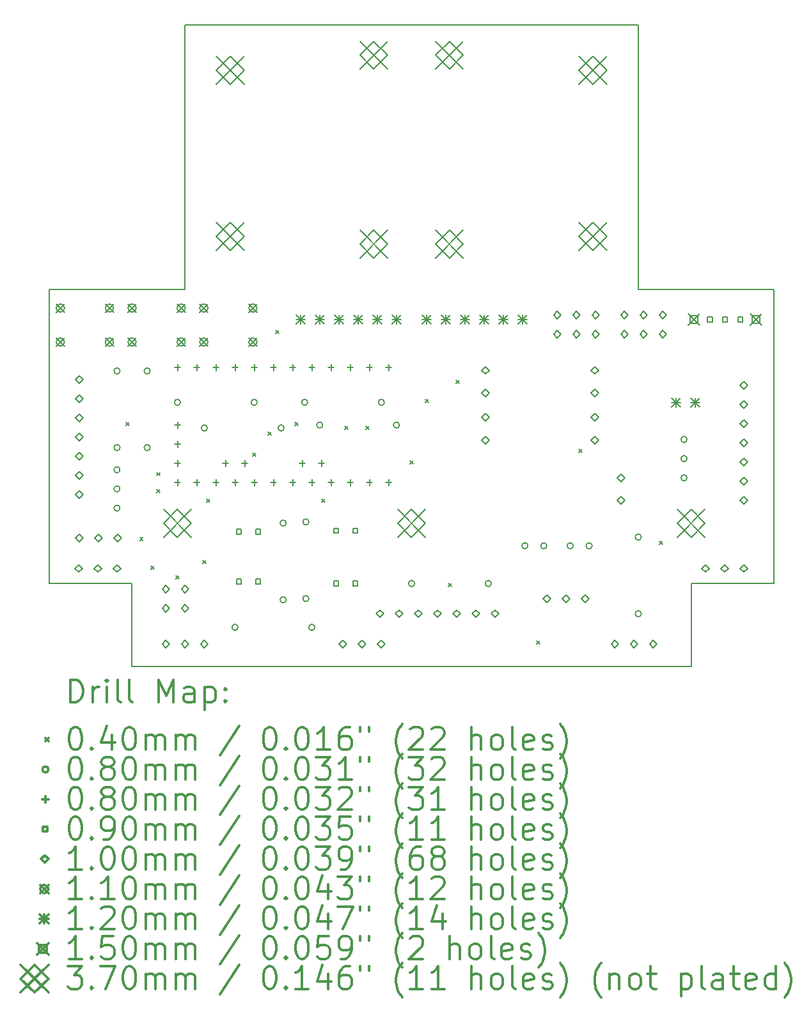
<source format=gbr>
%FSLAX45Y45*%
G04 Gerber Fmt 4.5, Leading zero omitted, Abs format (unit mm)*
G04 Created by KiCad (PCBNEW (5.0.2)-1) date 31/01/2019 22:51:27*
%MOMM*%
%LPD*%
G01*
G04 APERTURE LIST*
%ADD10C,0.150000*%
%ADD11C,0.200000*%
%ADD12C,0.300000*%
G04 APERTURE END LIST*
D10*
X4700000Y-10900000D02*
X5800000Y-10900000D01*
X4700000Y-7000000D02*
X4700000Y-10900000D01*
X14300000Y-10900000D02*
X14300000Y-7000000D01*
X13200000Y-10900000D02*
X14300000Y-10900000D01*
X13200000Y-12000000D02*
X13200000Y-10900000D01*
X5800000Y-12000000D02*
X13200000Y-12000000D01*
X5800000Y-10900000D02*
X5800000Y-12000000D01*
X6500000Y-7000000D02*
X6500000Y-3500000D01*
X4700000Y-7000000D02*
X6500000Y-7000000D01*
X12500000Y-7000000D02*
X14300000Y-7000000D01*
X12500000Y-3500000D02*
X12500000Y-7000000D01*
X6500000Y-3500000D02*
X12500000Y-3500000D01*
D11*
X5720400Y-8768400D02*
X5760400Y-8808400D01*
X5760400Y-8768400D02*
X5720400Y-8808400D01*
X5901900Y-10292400D02*
X5941900Y-10332400D01*
X5941900Y-10292400D02*
X5901900Y-10332400D01*
X6050506Y-10672376D02*
X6090506Y-10712376D01*
X6090506Y-10672376D02*
X6050506Y-10712376D01*
X6126800Y-9657400D02*
X6166800Y-9697400D01*
X6166800Y-9657400D02*
X6126800Y-9697400D01*
X6127265Y-9429265D02*
X6167265Y-9469265D01*
X6167265Y-9429265D02*
X6127265Y-9469265D01*
X6380800Y-10800400D02*
X6420800Y-10840400D01*
X6420800Y-10800400D02*
X6380800Y-10840400D01*
X6736400Y-10597200D02*
X6776400Y-10637200D01*
X6776400Y-10597200D02*
X6736400Y-10637200D01*
X6787200Y-9784400D02*
X6827200Y-9824400D01*
X6827200Y-9784400D02*
X6787200Y-9824400D01*
X7396800Y-9174800D02*
X7436800Y-9214800D01*
X7436800Y-9174800D02*
X7396800Y-9214800D01*
X7600000Y-8893301D02*
X7640000Y-8933301D01*
X7640000Y-8893301D02*
X7600000Y-8933301D01*
X7701600Y-7549200D02*
X7741600Y-7589200D01*
X7741600Y-7549200D02*
X7701600Y-7589200D01*
X7955600Y-8768400D02*
X7995600Y-8808400D01*
X7995600Y-8768400D02*
X7955600Y-8808400D01*
X8311200Y-9784400D02*
X8351200Y-9824400D01*
X8351200Y-9784400D02*
X8311200Y-9824400D01*
X8616000Y-8819200D02*
X8656000Y-8859200D01*
X8656000Y-8819200D02*
X8616000Y-8859200D01*
X8895400Y-8819200D02*
X8935400Y-8859200D01*
X8935400Y-8819200D02*
X8895400Y-8859200D01*
X9479600Y-9276400D02*
X9519600Y-9316400D01*
X9519600Y-9276400D02*
X9479600Y-9316400D01*
X9682800Y-8463600D02*
X9722800Y-8503600D01*
X9722800Y-8463600D02*
X9682800Y-8503600D01*
X9987600Y-10902000D02*
X10027600Y-10942000D01*
X10027600Y-10902000D02*
X9987600Y-10942000D01*
X10089200Y-8209600D02*
X10129200Y-8249600D01*
X10129200Y-8209600D02*
X10089200Y-8249600D01*
X11156000Y-11664000D02*
X11196000Y-11704000D01*
X11196000Y-11664000D02*
X11156000Y-11704000D01*
X11714800Y-9124000D02*
X11754800Y-9164000D01*
X11754800Y-9124000D02*
X11714800Y-9164000D01*
X12781600Y-10343200D02*
X12821600Y-10383200D01*
X12821600Y-10343200D02*
X12781600Y-10383200D01*
X13146400Y-8991600D02*
G75*
G03X13146400Y-8991600I-40000J0D01*
G01*
X13146400Y-9245600D02*
G75*
G03X13146400Y-9245600I-40000J0D01*
G01*
X13146400Y-9499600D02*
G75*
G03X13146400Y-9499600I-40000J0D01*
G01*
X9540000Y-10900000D02*
G75*
G03X9540000Y-10900000I-40000J0D01*
G01*
X10556000Y-10900000D02*
G75*
G03X10556000Y-10900000I-40000J0D01*
G01*
X8124000Y-8500000D02*
G75*
G03X8124000Y-8500000I-40000J0D01*
G01*
X9140000Y-8500000D02*
G75*
G03X9140000Y-8500000I-40000J0D01*
G01*
X5640000Y-9392000D02*
G75*
G03X5640000Y-9392000I-40000J0D01*
G01*
X5640000Y-9646000D02*
G75*
G03X5640000Y-9646000I-40000J0D01*
G01*
X5640000Y-9900000D02*
G75*
G03X5640000Y-9900000I-40000J0D01*
G01*
X6440000Y-8500000D02*
G75*
G03X6440000Y-8500000I-40000J0D01*
G01*
X7456000Y-8500000D02*
G75*
G03X7456000Y-8500000I-40000J0D01*
G01*
X6796400Y-8839200D02*
G75*
G03X6796400Y-8839200I-40000J0D01*
G01*
X7812400Y-8839200D02*
G75*
G03X7812400Y-8839200I-40000J0D01*
G01*
X7840000Y-10100000D02*
G75*
G03X7840000Y-10100000I-40000J0D01*
G01*
X7840000Y-11116000D02*
G75*
G03X7840000Y-11116000I-40000J0D01*
G01*
X7202800Y-11480800D02*
G75*
G03X7202800Y-11480800I-40000J0D01*
G01*
X8218800Y-11480800D02*
G75*
G03X8218800Y-11480800I-40000J0D01*
G01*
X12540000Y-10284000D02*
G75*
G03X12540000Y-10284000I-40000J0D01*
G01*
X12540000Y-11300000D02*
G75*
G03X12540000Y-11300000I-40000J0D01*
G01*
X11640000Y-10400000D02*
G75*
G03X11640000Y-10400000I-40000J0D01*
G01*
X11890000Y-10400000D02*
G75*
G03X11890000Y-10400000I-40000J0D01*
G01*
X8140000Y-10084000D02*
G75*
G03X8140000Y-10084000I-40000J0D01*
G01*
X8140000Y-11100000D02*
G75*
G03X8140000Y-11100000I-40000J0D01*
G01*
X8324000Y-8800000D02*
G75*
G03X8324000Y-8800000I-40000J0D01*
G01*
X9340000Y-8800000D02*
G75*
G03X9340000Y-8800000I-40000J0D01*
G01*
X11040000Y-10400000D02*
G75*
G03X11040000Y-10400000I-40000J0D01*
G01*
X11290000Y-10400000D02*
G75*
G03X11290000Y-10400000I-40000J0D01*
G01*
X6040000Y-8084000D02*
G75*
G03X6040000Y-8084000I-40000J0D01*
G01*
X6040000Y-9100000D02*
G75*
G03X6040000Y-9100000I-40000J0D01*
G01*
X5640000Y-8084000D02*
G75*
G03X5640000Y-8084000I-40000J0D01*
G01*
X5640000Y-9100000D02*
G75*
G03X5640000Y-9100000I-40000J0D01*
G01*
X6403000Y-7997995D02*
X6403000Y-8078005D01*
X6362995Y-8038000D02*
X6443005Y-8038000D01*
X6403000Y-8759995D02*
X6403000Y-8840005D01*
X6362995Y-8800000D02*
X6443005Y-8800000D01*
X6403000Y-9013995D02*
X6403000Y-9094005D01*
X6362995Y-9054000D02*
X6443005Y-9054000D01*
X6403000Y-9267995D02*
X6403000Y-9348005D01*
X6362995Y-9308000D02*
X6443005Y-9308000D01*
X6403000Y-9521995D02*
X6403000Y-9602005D01*
X6362995Y-9562000D02*
X6443005Y-9562000D01*
X6657000Y-7997995D02*
X6657000Y-8078005D01*
X6616995Y-8038000D02*
X6697005Y-8038000D01*
X6657000Y-9521995D02*
X6657000Y-9602005D01*
X6616995Y-9562000D02*
X6697005Y-9562000D01*
X6911000Y-7997995D02*
X6911000Y-8078005D01*
X6870995Y-8038000D02*
X6951005Y-8038000D01*
X6911000Y-9521995D02*
X6911000Y-9602005D01*
X6870995Y-9562000D02*
X6951005Y-9562000D01*
X7038000Y-9267995D02*
X7038000Y-9348005D01*
X6997995Y-9308000D02*
X7078005Y-9308000D01*
X7165000Y-7997995D02*
X7165000Y-8078005D01*
X7124995Y-8038000D02*
X7205005Y-8038000D01*
X7165000Y-9521995D02*
X7165000Y-9602005D01*
X7124995Y-9562000D02*
X7205005Y-9562000D01*
X7292000Y-9267995D02*
X7292000Y-9348005D01*
X7251995Y-9308000D02*
X7332005Y-9308000D01*
X7419000Y-7997995D02*
X7419000Y-8078005D01*
X7378995Y-8038000D02*
X7459005Y-8038000D01*
X7419000Y-9521995D02*
X7419000Y-9602005D01*
X7378995Y-9562000D02*
X7459005Y-9562000D01*
X7673000Y-7997995D02*
X7673000Y-8078005D01*
X7632995Y-8038000D02*
X7713005Y-8038000D01*
X7673000Y-9521995D02*
X7673000Y-9602005D01*
X7632995Y-9562000D02*
X7713005Y-9562000D01*
X7927000Y-7997995D02*
X7927000Y-8078005D01*
X7886995Y-8038000D02*
X7967005Y-8038000D01*
X7927000Y-9521995D02*
X7927000Y-9602005D01*
X7886995Y-9562000D02*
X7967005Y-9562000D01*
X8054000Y-9267995D02*
X8054000Y-9348005D01*
X8013995Y-9308000D02*
X8094005Y-9308000D01*
X8181000Y-7997995D02*
X8181000Y-8078005D01*
X8140995Y-8038000D02*
X8221005Y-8038000D01*
X8181000Y-9521995D02*
X8181000Y-9602005D01*
X8140995Y-9562000D02*
X8221005Y-9562000D01*
X8308000Y-9267995D02*
X8308000Y-9348005D01*
X8267995Y-9308000D02*
X8348005Y-9308000D01*
X8435000Y-7997995D02*
X8435000Y-8078005D01*
X8394995Y-8038000D02*
X8475005Y-8038000D01*
X8435000Y-9521995D02*
X8435000Y-9602005D01*
X8394995Y-9562000D02*
X8475005Y-9562000D01*
X8689000Y-7997995D02*
X8689000Y-8078005D01*
X8648995Y-8038000D02*
X8729005Y-8038000D01*
X8689000Y-9521995D02*
X8689000Y-9602005D01*
X8648995Y-9562000D02*
X8729005Y-9562000D01*
X8943000Y-7997995D02*
X8943000Y-8078005D01*
X8902995Y-8038000D02*
X8983005Y-8038000D01*
X8943000Y-9521995D02*
X8943000Y-9602005D01*
X8902995Y-9562000D02*
X8983005Y-9562000D01*
X9197000Y-7997995D02*
X9197000Y-8078005D01*
X9156995Y-8038000D02*
X9237005Y-8038000D01*
X9197000Y-9521995D02*
X9197000Y-9602005D01*
X9156995Y-9562000D02*
X9237005Y-9562000D01*
X8531820Y-10231820D02*
X8531820Y-10168180D01*
X8468180Y-10168180D01*
X8468180Y-10231820D01*
X8531820Y-10231820D01*
X8785820Y-10231820D02*
X8785820Y-10168180D01*
X8722180Y-10168180D01*
X8722180Y-10231820D01*
X8785820Y-10231820D01*
X8531820Y-10931820D02*
X8531820Y-10868180D01*
X8468180Y-10868180D01*
X8468180Y-10931820D01*
X8531820Y-10931820D01*
X8785820Y-10931820D02*
X8785820Y-10868180D01*
X8722180Y-10868180D01*
X8722180Y-10931820D01*
X8785820Y-10931820D01*
X13481820Y-7431820D02*
X13481820Y-7368180D01*
X13418180Y-7368180D01*
X13418180Y-7431820D01*
X13481820Y-7431820D01*
X13681820Y-7431820D02*
X13681820Y-7368180D01*
X13618180Y-7368180D01*
X13618180Y-7431820D01*
X13681820Y-7431820D01*
X13881820Y-7431820D02*
X13881820Y-7368180D01*
X13818180Y-7368180D01*
X13818180Y-7431820D01*
X13881820Y-7431820D01*
X7245420Y-10242620D02*
X7245420Y-10178980D01*
X7181780Y-10178980D01*
X7181780Y-10242620D01*
X7245420Y-10242620D01*
X7499420Y-10242620D02*
X7499420Y-10178980D01*
X7435780Y-10178980D01*
X7435780Y-10242620D01*
X7499420Y-10242620D01*
X7245420Y-10903020D02*
X7245420Y-10839380D01*
X7181780Y-10839380D01*
X7181780Y-10903020D01*
X7245420Y-10903020D01*
X7499420Y-10903020D02*
X7499420Y-10839380D01*
X7435780Y-10839380D01*
X7435780Y-10903020D01*
X7499420Y-10903020D01*
X12319000Y-7644600D02*
X12369000Y-7594600D01*
X12319000Y-7544600D01*
X12269000Y-7594600D01*
X12319000Y-7644600D01*
X12573000Y-7644600D02*
X12623000Y-7594600D01*
X12573000Y-7544600D01*
X12523000Y-7594600D01*
X12573000Y-7644600D01*
X12827000Y-7644600D02*
X12877000Y-7594600D01*
X12827000Y-7544600D01*
X12777000Y-7594600D01*
X12827000Y-7644600D01*
X5092000Y-10750000D02*
X5142000Y-10700000D01*
X5092000Y-10650000D01*
X5042000Y-10700000D01*
X5092000Y-10750000D01*
X5346000Y-10750000D02*
X5396000Y-10700000D01*
X5346000Y-10650000D01*
X5296000Y-10700000D01*
X5346000Y-10750000D01*
X5600000Y-10750000D02*
X5650000Y-10700000D01*
X5600000Y-10650000D01*
X5550000Y-10700000D01*
X5600000Y-10750000D01*
X12319000Y-7390600D02*
X12369000Y-7340600D01*
X12319000Y-7290600D01*
X12269000Y-7340600D01*
X12319000Y-7390600D01*
X12573000Y-7390600D02*
X12623000Y-7340600D01*
X12573000Y-7290600D01*
X12523000Y-7340600D01*
X12573000Y-7390600D01*
X12827000Y-7390600D02*
X12877000Y-7340600D01*
X12827000Y-7290600D01*
X12777000Y-7340600D01*
X12827000Y-7390600D01*
X11292000Y-11150000D02*
X11342000Y-11100000D01*
X11292000Y-11050000D01*
X11242000Y-11100000D01*
X11292000Y-11150000D01*
X11546000Y-11150000D02*
X11596000Y-11100000D01*
X11546000Y-11050000D01*
X11496000Y-11100000D01*
X11546000Y-11150000D01*
X11800000Y-11150000D02*
X11850000Y-11100000D01*
X11800000Y-11050000D01*
X11750000Y-11100000D01*
X11800000Y-11150000D01*
X5100000Y-8250000D02*
X5150000Y-8200000D01*
X5100000Y-8150000D01*
X5050000Y-8200000D01*
X5100000Y-8250000D01*
X5100000Y-8504000D02*
X5150000Y-8454000D01*
X5100000Y-8404000D01*
X5050000Y-8454000D01*
X5100000Y-8504000D01*
X5100000Y-8758000D02*
X5150000Y-8708000D01*
X5100000Y-8658000D01*
X5050000Y-8708000D01*
X5100000Y-8758000D01*
X5100000Y-9012000D02*
X5150000Y-8962000D01*
X5100000Y-8912000D01*
X5050000Y-8962000D01*
X5100000Y-9012000D01*
X5100000Y-9266000D02*
X5150000Y-9216000D01*
X5100000Y-9166000D01*
X5050000Y-9216000D01*
X5100000Y-9266000D01*
X5100000Y-9520000D02*
X5150000Y-9470000D01*
X5100000Y-9420000D01*
X5050000Y-9470000D01*
X5100000Y-9520000D01*
X5100000Y-9774000D02*
X5150000Y-9724000D01*
X5100000Y-9674000D01*
X5050000Y-9724000D01*
X5100000Y-9774000D01*
X9084000Y-11350000D02*
X9134000Y-11300000D01*
X9084000Y-11250000D01*
X9034000Y-11300000D01*
X9084000Y-11350000D01*
X9338000Y-11350000D02*
X9388000Y-11300000D01*
X9338000Y-11250000D01*
X9288000Y-11300000D01*
X9338000Y-11350000D01*
X9592000Y-11350000D02*
X9642000Y-11300000D01*
X9592000Y-11250000D01*
X9542000Y-11300000D01*
X9592000Y-11350000D01*
X9846000Y-11350000D02*
X9896000Y-11300000D01*
X9846000Y-11250000D01*
X9796000Y-11300000D01*
X9846000Y-11350000D01*
X10100000Y-11350000D02*
X10150000Y-11300000D01*
X10100000Y-11250000D01*
X10050000Y-11300000D01*
X10100000Y-11350000D01*
X10354000Y-11350000D02*
X10404000Y-11300000D01*
X10354000Y-11250000D01*
X10304000Y-11300000D01*
X10354000Y-11350000D01*
X10608000Y-11350000D02*
X10658000Y-11300000D01*
X10608000Y-11250000D01*
X10558000Y-11300000D01*
X10608000Y-11350000D01*
X11430000Y-7390600D02*
X11480000Y-7340600D01*
X11430000Y-7290600D01*
X11380000Y-7340600D01*
X11430000Y-7390600D01*
X11430000Y-7644600D02*
X11480000Y-7594600D01*
X11430000Y-7544600D01*
X11380000Y-7594600D01*
X11430000Y-7644600D01*
X11684000Y-7390600D02*
X11734000Y-7340600D01*
X11684000Y-7290600D01*
X11634000Y-7340600D01*
X11684000Y-7390600D01*
X11684000Y-7644600D02*
X11734000Y-7594600D01*
X11684000Y-7544600D01*
X11634000Y-7594600D01*
X11684000Y-7644600D01*
X11938000Y-7390600D02*
X11988000Y-7340600D01*
X11938000Y-7290600D01*
X11888000Y-7340600D01*
X11938000Y-7390600D01*
X11938000Y-7644600D02*
X11988000Y-7594600D01*
X11938000Y-7544600D01*
X11888000Y-7594600D01*
X11938000Y-7644600D01*
X5100000Y-10350000D02*
X5150000Y-10300000D01*
X5100000Y-10250000D01*
X5050000Y-10300000D01*
X5100000Y-10350000D01*
X5354000Y-10350000D02*
X5404000Y-10300000D01*
X5354000Y-10250000D01*
X5304000Y-10300000D01*
X5354000Y-10350000D01*
X5608000Y-10350000D02*
X5658000Y-10300000D01*
X5608000Y-10250000D01*
X5558000Y-10300000D01*
X5608000Y-10350000D01*
X6248400Y-11750000D02*
X6298400Y-11700000D01*
X6248400Y-11650000D01*
X6198400Y-11700000D01*
X6248400Y-11750000D01*
X6502400Y-11750000D02*
X6552400Y-11700000D01*
X6502400Y-11650000D01*
X6452400Y-11700000D01*
X6502400Y-11750000D01*
X6756400Y-11750000D02*
X6806400Y-11700000D01*
X6756400Y-11650000D01*
X6706400Y-11700000D01*
X6756400Y-11750000D01*
X13392000Y-10750000D02*
X13442000Y-10700000D01*
X13392000Y-10650000D01*
X13342000Y-10700000D01*
X13392000Y-10750000D01*
X13646000Y-10750000D02*
X13696000Y-10700000D01*
X13646000Y-10650000D01*
X13596000Y-10700000D01*
X13646000Y-10750000D01*
X13900000Y-10750000D02*
X13950000Y-10700000D01*
X13900000Y-10650000D01*
X13850000Y-10700000D01*
X13900000Y-10750000D01*
X12192000Y-11750000D02*
X12242000Y-11700000D01*
X12192000Y-11650000D01*
X12142000Y-11700000D01*
X12192000Y-11750000D01*
X12446000Y-11750000D02*
X12496000Y-11700000D01*
X12446000Y-11650000D01*
X12396000Y-11700000D01*
X12446000Y-11750000D01*
X12700000Y-11750000D02*
X12750000Y-11700000D01*
X12700000Y-11650000D01*
X12650000Y-11700000D01*
X12700000Y-11750000D01*
X10475000Y-8125000D02*
X10525000Y-8075000D01*
X10475000Y-8025000D01*
X10425000Y-8075000D01*
X10475000Y-8125000D01*
X10475000Y-8425000D02*
X10525000Y-8375000D01*
X10475000Y-8325000D01*
X10425000Y-8375000D01*
X10475000Y-8425000D01*
X10475000Y-8750000D02*
X10525000Y-8700000D01*
X10475000Y-8650000D01*
X10425000Y-8700000D01*
X10475000Y-8750000D01*
X10475000Y-9050000D02*
X10525000Y-9000000D01*
X10475000Y-8950000D01*
X10425000Y-9000000D01*
X10475000Y-9050000D01*
X11925000Y-8125000D02*
X11975000Y-8075000D01*
X11925000Y-8025000D01*
X11875000Y-8075000D01*
X11925000Y-8125000D01*
X11925000Y-8425000D02*
X11975000Y-8375000D01*
X11925000Y-8325000D01*
X11875000Y-8375000D01*
X11925000Y-8425000D01*
X11925000Y-8750000D02*
X11975000Y-8700000D01*
X11925000Y-8650000D01*
X11875000Y-8700000D01*
X11925000Y-8750000D01*
X11925000Y-9050000D02*
X11975000Y-9000000D01*
X11925000Y-8950000D01*
X11875000Y-9000000D01*
X11925000Y-9050000D01*
X12275000Y-9550000D02*
X12325000Y-9500000D01*
X12275000Y-9450000D01*
X12225000Y-9500000D01*
X12275000Y-9550000D01*
X12275000Y-9850000D02*
X12325000Y-9800000D01*
X12275000Y-9750000D01*
X12225000Y-9800000D01*
X12275000Y-9850000D01*
X8592000Y-11750000D02*
X8642000Y-11700000D01*
X8592000Y-11650000D01*
X8542000Y-11700000D01*
X8592000Y-11750000D01*
X8846000Y-11750000D02*
X8896000Y-11700000D01*
X8846000Y-11650000D01*
X8796000Y-11700000D01*
X8846000Y-11750000D01*
X9100000Y-11750000D02*
X9150000Y-11700000D01*
X9100000Y-11650000D01*
X9050000Y-11700000D01*
X9100000Y-11750000D01*
X13900000Y-8326000D02*
X13950000Y-8276000D01*
X13900000Y-8226000D01*
X13850000Y-8276000D01*
X13900000Y-8326000D01*
X13900000Y-8580000D02*
X13950000Y-8530000D01*
X13900000Y-8480000D01*
X13850000Y-8530000D01*
X13900000Y-8580000D01*
X13900000Y-8834000D02*
X13950000Y-8784000D01*
X13900000Y-8734000D01*
X13850000Y-8784000D01*
X13900000Y-8834000D01*
X13900000Y-9088000D02*
X13950000Y-9038000D01*
X13900000Y-8988000D01*
X13850000Y-9038000D01*
X13900000Y-9088000D01*
X13900000Y-9342000D02*
X13950000Y-9292000D01*
X13900000Y-9242000D01*
X13850000Y-9292000D01*
X13900000Y-9342000D01*
X13900000Y-9596000D02*
X13950000Y-9546000D01*
X13900000Y-9496000D01*
X13850000Y-9546000D01*
X13900000Y-9596000D01*
X13900000Y-9850000D02*
X13950000Y-9800000D01*
X13900000Y-9750000D01*
X13850000Y-9800000D01*
X13900000Y-9850000D01*
X6248400Y-11022800D02*
X6298400Y-10972800D01*
X6248400Y-10922800D01*
X6198400Y-10972800D01*
X6248400Y-11022800D01*
X6248400Y-11276800D02*
X6298400Y-11226800D01*
X6248400Y-11176800D01*
X6198400Y-11226800D01*
X6248400Y-11276800D01*
X6502400Y-11022800D02*
X6552400Y-10972800D01*
X6502400Y-10922800D01*
X6452400Y-10972800D01*
X6502400Y-11022800D01*
X6502400Y-11276800D02*
X6552400Y-11226800D01*
X6502400Y-11176800D01*
X6452400Y-11226800D01*
X6502400Y-11276800D01*
X5745000Y-7195000D02*
X5855000Y-7305000D01*
X5855000Y-7195000D02*
X5745000Y-7305000D01*
X5855000Y-7250000D02*
G75*
G03X5855000Y-7250000I-55000J0D01*
G01*
X5745000Y-7645000D02*
X5855000Y-7755000D01*
X5855000Y-7645000D02*
X5745000Y-7755000D01*
X5855000Y-7700000D02*
G75*
G03X5855000Y-7700000I-55000J0D01*
G01*
X6395000Y-7195000D02*
X6505000Y-7305000D01*
X6505000Y-7195000D02*
X6395000Y-7305000D01*
X6505000Y-7250000D02*
G75*
G03X6505000Y-7250000I-55000J0D01*
G01*
X6395000Y-7645000D02*
X6505000Y-7755000D01*
X6505000Y-7645000D02*
X6395000Y-7755000D01*
X6505000Y-7700000D02*
G75*
G03X6505000Y-7700000I-55000J0D01*
G01*
X4795000Y-7195000D02*
X4905000Y-7305000D01*
X4905000Y-7195000D02*
X4795000Y-7305000D01*
X4905000Y-7250000D02*
G75*
G03X4905000Y-7250000I-55000J0D01*
G01*
X4795000Y-7645000D02*
X4905000Y-7755000D01*
X4905000Y-7645000D02*
X4795000Y-7755000D01*
X4905000Y-7700000D02*
G75*
G03X4905000Y-7700000I-55000J0D01*
G01*
X5445000Y-7195000D02*
X5555000Y-7305000D01*
X5555000Y-7195000D02*
X5445000Y-7305000D01*
X5555000Y-7250000D02*
G75*
G03X5555000Y-7250000I-55000J0D01*
G01*
X5445000Y-7645000D02*
X5555000Y-7755000D01*
X5555000Y-7645000D02*
X5445000Y-7755000D01*
X5555000Y-7700000D02*
G75*
G03X5555000Y-7700000I-55000J0D01*
G01*
X6695000Y-7195000D02*
X6805000Y-7305000D01*
X6805000Y-7195000D02*
X6695000Y-7305000D01*
X6805000Y-7250000D02*
G75*
G03X6805000Y-7250000I-55000J0D01*
G01*
X6695000Y-7645000D02*
X6805000Y-7755000D01*
X6805000Y-7645000D02*
X6695000Y-7755000D01*
X6805000Y-7700000D02*
G75*
G03X6805000Y-7700000I-55000J0D01*
G01*
X7345000Y-7195000D02*
X7455000Y-7305000D01*
X7455000Y-7195000D02*
X7345000Y-7305000D01*
X7455000Y-7250000D02*
G75*
G03X7455000Y-7250000I-55000J0D01*
G01*
X7345000Y-7645000D02*
X7455000Y-7755000D01*
X7455000Y-7645000D02*
X7345000Y-7755000D01*
X7455000Y-7700000D02*
G75*
G03X7455000Y-7700000I-55000J0D01*
G01*
X12940000Y-8440000D02*
X13060000Y-8560000D01*
X13060000Y-8440000D02*
X12940000Y-8560000D01*
X13000000Y-8440000D02*
X13000000Y-8560000D01*
X12940000Y-8500000D02*
X13060000Y-8500000D01*
X13194000Y-8440000D02*
X13314000Y-8560000D01*
X13314000Y-8440000D02*
X13194000Y-8560000D01*
X13254000Y-8440000D02*
X13254000Y-8560000D01*
X13194000Y-8500000D02*
X13314000Y-8500000D01*
X7970000Y-7340000D02*
X8090000Y-7460000D01*
X8090000Y-7340000D02*
X7970000Y-7460000D01*
X8030000Y-7340000D02*
X8030000Y-7460000D01*
X7970000Y-7400000D02*
X8090000Y-7400000D01*
X8224000Y-7340000D02*
X8344000Y-7460000D01*
X8344000Y-7340000D02*
X8224000Y-7460000D01*
X8284000Y-7340000D02*
X8284000Y-7460000D01*
X8224000Y-7400000D02*
X8344000Y-7400000D01*
X8478000Y-7340000D02*
X8598000Y-7460000D01*
X8598000Y-7340000D02*
X8478000Y-7460000D01*
X8538000Y-7340000D02*
X8538000Y-7460000D01*
X8478000Y-7400000D02*
X8598000Y-7400000D01*
X8732000Y-7340000D02*
X8852000Y-7460000D01*
X8852000Y-7340000D02*
X8732000Y-7460000D01*
X8792000Y-7340000D02*
X8792000Y-7460000D01*
X8732000Y-7400000D02*
X8852000Y-7400000D01*
X8986000Y-7340000D02*
X9106000Y-7460000D01*
X9106000Y-7340000D02*
X8986000Y-7460000D01*
X9046000Y-7340000D02*
X9046000Y-7460000D01*
X8986000Y-7400000D02*
X9106000Y-7400000D01*
X9240000Y-7340000D02*
X9360000Y-7460000D01*
X9360000Y-7340000D02*
X9240000Y-7460000D01*
X9300000Y-7340000D02*
X9300000Y-7460000D01*
X9240000Y-7400000D02*
X9360000Y-7400000D01*
X9640000Y-7340000D02*
X9760000Y-7460000D01*
X9760000Y-7340000D02*
X9640000Y-7460000D01*
X9700000Y-7340000D02*
X9700000Y-7460000D01*
X9640000Y-7400000D02*
X9760000Y-7400000D01*
X9894000Y-7340000D02*
X10014000Y-7460000D01*
X10014000Y-7340000D02*
X9894000Y-7460000D01*
X9954000Y-7340000D02*
X9954000Y-7460000D01*
X9894000Y-7400000D02*
X10014000Y-7400000D01*
X10148000Y-7340000D02*
X10268000Y-7460000D01*
X10268000Y-7340000D02*
X10148000Y-7460000D01*
X10208000Y-7340000D02*
X10208000Y-7460000D01*
X10148000Y-7400000D02*
X10268000Y-7400000D01*
X10402000Y-7340000D02*
X10522000Y-7460000D01*
X10522000Y-7340000D02*
X10402000Y-7460000D01*
X10462000Y-7340000D02*
X10462000Y-7460000D01*
X10402000Y-7400000D02*
X10522000Y-7400000D01*
X10656000Y-7340000D02*
X10776000Y-7460000D01*
X10776000Y-7340000D02*
X10656000Y-7460000D01*
X10716000Y-7340000D02*
X10716000Y-7460000D01*
X10656000Y-7400000D02*
X10776000Y-7400000D01*
X10910000Y-7340000D02*
X11030000Y-7460000D01*
X11030000Y-7340000D02*
X10910000Y-7460000D01*
X10970000Y-7340000D02*
X10970000Y-7460000D01*
X10910000Y-7400000D02*
X11030000Y-7400000D01*
X13165000Y-7325000D02*
X13315000Y-7475000D01*
X13315000Y-7325000D02*
X13165000Y-7475000D01*
X13293033Y-7453033D02*
X13293033Y-7346966D01*
X13186966Y-7346966D01*
X13186966Y-7453033D01*
X13293033Y-7453033D01*
X13985000Y-7325000D02*
X14135000Y-7475000D01*
X14135000Y-7325000D02*
X13985000Y-7475000D01*
X14113033Y-7453033D02*
X14113033Y-7346966D01*
X14006966Y-7346966D01*
X14006966Y-7453033D01*
X14113033Y-7453033D01*
X9315000Y-9915000D02*
X9685000Y-10285000D01*
X9685000Y-9915000D02*
X9315000Y-10285000D01*
X9500000Y-10285000D02*
X9685000Y-10100000D01*
X9500000Y-9915000D01*
X9315000Y-10100000D01*
X9500000Y-10285000D01*
X11715000Y-3915000D02*
X12085000Y-4285000D01*
X12085000Y-3915000D02*
X11715000Y-4285000D01*
X11900000Y-4285000D02*
X12085000Y-4100000D01*
X11900000Y-3915000D01*
X11715000Y-4100000D01*
X11900000Y-4285000D01*
X11715000Y-6115000D02*
X12085000Y-6485000D01*
X12085000Y-6115000D02*
X11715000Y-6485000D01*
X11900000Y-6485000D02*
X12085000Y-6300000D01*
X11900000Y-6115000D01*
X11715000Y-6300000D01*
X11900000Y-6485000D01*
X6215000Y-9915000D02*
X6585000Y-10285000D01*
X6585000Y-9915000D02*
X6215000Y-10285000D01*
X6400000Y-10285000D02*
X6585000Y-10100000D01*
X6400000Y-9915000D01*
X6215000Y-10100000D01*
X6400000Y-10285000D01*
X13015000Y-9915000D02*
X13385000Y-10285000D01*
X13385000Y-9915000D02*
X13015000Y-10285000D01*
X13200000Y-10285000D02*
X13385000Y-10100000D01*
X13200000Y-9915000D01*
X13015000Y-10100000D01*
X13200000Y-10285000D01*
X9815000Y-3715000D02*
X10185000Y-4085000D01*
X10185000Y-3715000D02*
X9815000Y-4085000D01*
X10000000Y-4085000D02*
X10185000Y-3900000D01*
X10000000Y-3715000D01*
X9815000Y-3900000D01*
X10000000Y-4085000D01*
X8815000Y-3715000D02*
X9185000Y-4085000D01*
X9185000Y-3715000D02*
X8815000Y-4085000D01*
X9000000Y-4085000D02*
X9185000Y-3900000D01*
X9000000Y-3715000D01*
X8815000Y-3900000D01*
X9000000Y-4085000D01*
X6915000Y-3915000D02*
X7285000Y-4285000D01*
X7285000Y-3915000D02*
X6915000Y-4285000D01*
X7100000Y-4285000D02*
X7285000Y-4100000D01*
X7100000Y-3915000D01*
X6915000Y-4100000D01*
X7100000Y-4285000D01*
X6915000Y-6115000D02*
X7285000Y-6485000D01*
X7285000Y-6115000D02*
X6915000Y-6485000D01*
X7100000Y-6485000D02*
X7285000Y-6300000D01*
X7100000Y-6115000D01*
X6915000Y-6300000D01*
X7100000Y-6485000D01*
X9815000Y-6215000D02*
X10185000Y-6585000D01*
X10185000Y-6215000D02*
X9815000Y-6585000D01*
X10000000Y-6585000D02*
X10185000Y-6400000D01*
X10000000Y-6215000D01*
X9815000Y-6400000D01*
X10000000Y-6585000D01*
X8815000Y-6215000D02*
X9185000Y-6585000D01*
X9185000Y-6215000D02*
X8815000Y-6585000D01*
X9000000Y-6585000D02*
X9185000Y-6400000D01*
X9000000Y-6215000D01*
X8815000Y-6400000D01*
X9000000Y-6585000D01*
D12*
X4978928Y-12473214D02*
X4978928Y-12173214D01*
X5050357Y-12173214D01*
X5093214Y-12187500D01*
X5121786Y-12216071D01*
X5136071Y-12244643D01*
X5150357Y-12301786D01*
X5150357Y-12344643D01*
X5136071Y-12401786D01*
X5121786Y-12430357D01*
X5093214Y-12458929D01*
X5050357Y-12473214D01*
X4978928Y-12473214D01*
X5278928Y-12473214D02*
X5278928Y-12273214D01*
X5278928Y-12330357D02*
X5293214Y-12301786D01*
X5307500Y-12287500D01*
X5336071Y-12273214D01*
X5364643Y-12273214D01*
X5464643Y-12473214D02*
X5464643Y-12273214D01*
X5464643Y-12173214D02*
X5450357Y-12187500D01*
X5464643Y-12201786D01*
X5478928Y-12187500D01*
X5464643Y-12173214D01*
X5464643Y-12201786D01*
X5650357Y-12473214D02*
X5621786Y-12458929D01*
X5607500Y-12430357D01*
X5607500Y-12173214D01*
X5807500Y-12473214D02*
X5778928Y-12458929D01*
X5764643Y-12430357D01*
X5764643Y-12173214D01*
X6150357Y-12473214D02*
X6150357Y-12173214D01*
X6250357Y-12387500D01*
X6350357Y-12173214D01*
X6350357Y-12473214D01*
X6621786Y-12473214D02*
X6621786Y-12316071D01*
X6607500Y-12287500D01*
X6578928Y-12273214D01*
X6521786Y-12273214D01*
X6493214Y-12287500D01*
X6621786Y-12458929D02*
X6593214Y-12473214D01*
X6521786Y-12473214D01*
X6493214Y-12458929D01*
X6478928Y-12430357D01*
X6478928Y-12401786D01*
X6493214Y-12373214D01*
X6521786Y-12358929D01*
X6593214Y-12358929D01*
X6621786Y-12344643D01*
X6764643Y-12273214D02*
X6764643Y-12573214D01*
X6764643Y-12287500D02*
X6793214Y-12273214D01*
X6850357Y-12273214D01*
X6878928Y-12287500D01*
X6893214Y-12301786D01*
X6907500Y-12330357D01*
X6907500Y-12416071D01*
X6893214Y-12444643D01*
X6878928Y-12458929D01*
X6850357Y-12473214D01*
X6793214Y-12473214D01*
X6764643Y-12458929D01*
X7036071Y-12444643D02*
X7050357Y-12458929D01*
X7036071Y-12473214D01*
X7021786Y-12458929D01*
X7036071Y-12444643D01*
X7036071Y-12473214D01*
X7036071Y-12287500D02*
X7050357Y-12301786D01*
X7036071Y-12316071D01*
X7021786Y-12301786D01*
X7036071Y-12287500D01*
X7036071Y-12316071D01*
X4652500Y-12947500D02*
X4692500Y-12987500D01*
X4692500Y-12947500D02*
X4652500Y-12987500D01*
X5036071Y-12803214D02*
X5064643Y-12803214D01*
X5093214Y-12817500D01*
X5107500Y-12831786D01*
X5121786Y-12860357D01*
X5136071Y-12917500D01*
X5136071Y-12988929D01*
X5121786Y-13046071D01*
X5107500Y-13074643D01*
X5093214Y-13088929D01*
X5064643Y-13103214D01*
X5036071Y-13103214D01*
X5007500Y-13088929D01*
X4993214Y-13074643D01*
X4978928Y-13046071D01*
X4964643Y-12988929D01*
X4964643Y-12917500D01*
X4978928Y-12860357D01*
X4993214Y-12831786D01*
X5007500Y-12817500D01*
X5036071Y-12803214D01*
X5264643Y-13074643D02*
X5278928Y-13088929D01*
X5264643Y-13103214D01*
X5250357Y-13088929D01*
X5264643Y-13074643D01*
X5264643Y-13103214D01*
X5536071Y-12903214D02*
X5536071Y-13103214D01*
X5464643Y-12788929D02*
X5393214Y-13003214D01*
X5578928Y-13003214D01*
X5750357Y-12803214D02*
X5778928Y-12803214D01*
X5807500Y-12817500D01*
X5821786Y-12831786D01*
X5836071Y-12860357D01*
X5850357Y-12917500D01*
X5850357Y-12988929D01*
X5836071Y-13046071D01*
X5821786Y-13074643D01*
X5807500Y-13088929D01*
X5778928Y-13103214D01*
X5750357Y-13103214D01*
X5721786Y-13088929D01*
X5707500Y-13074643D01*
X5693214Y-13046071D01*
X5678928Y-12988929D01*
X5678928Y-12917500D01*
X5693214Y-12860357D01*
X5707500Y-12831786D01*
X5721786Y-12817500D01*
X5750357Y-12803214D01*
X5978928Y-13103214D02*
X5978928Y-12903214D01*
X5978928Y-12931786D02*
X5993214Y-12917500D01*
X6021786Y-12903214D01*
X6064643Y-12903214D01*
X6093214Y-12917500D01*
X6107500Y-12946071D01*
X6107500Y-13103214D01*
X6107500Y-12946071D02*
X6121786Y-12917500D01*
X6150357Y-12903214D01*
X6193214Y-12903214D01*
X6221786Y-12917500D01*
X6236071Y-12946071D01*
X6236071Y-13103214D01*
X6378928Y-13103214D02*
X6378928Y-12903214D01*
X6378928Y-12931786D02*
X6393214Y-12917500D01*
X6421786Y-12903214D01*
X6464643Y-12903214D01*
X6493214Y-12917500D01*
X6507500Y-12946071D01*
X6507500Y-13103214D01*
X6507500Y-12946071D02*
X6521786Y-12917500D01*
X6550357Y-12903214D01*
X6593214Y-12903214D01*
X6621786Y-12917500D01*
X6636071Y-12946071D01*
X6636071Y-13103214D01*
X7221786Y-12788929D02*
X6964643Y-13174643D01*
X7607500Y-12803214D02*
X7636071Y-12803214D01*
X7664643Y-12817500D01*
X7678928Y-12831786D01*
X7693214Y-12860357D01*
X7707500Y-12917500D01*
X7707500Y-12988929D01*
X7693214Y-13046071D01*
X7678928Y-13074643D01*
X7664643Y-13088929D01*
X7636071Y-13103214D01*
X7607500Y-13103214D01*
X7578928Y-13088929D01*
X7564643Y-13074643D01*
X7550357Y-13046071D01*
X7536071Y-12988929D01*
X7536071Y-12917500D01*
X7550357Y-12860357D01*
X7564643Y-12831786D01*
X7578928Y-12817500D01*
X7607500Y-12803214D01*
X7836071Y-13074643D02*
X7850357Y-13088929D01*
X7836071Y-13103214D01*
X7821786Y-13088929D01*
X7836071Y-13074643D01*
X7836071Y-13103214D01*
X8036071Y-12803214D02*
X8064643Y-12803214D01*
X8093214Y-12817500D01*
X8107500Y-12831786D01*
X8121786Y-12860357D01*
X8136071Y-12917500D01*
X8136071Y-12988929D01*
X8121786Y-13046071D01*
X8107500Y-13074643D01*
X8093214Y-13088929D01*
X8064643Y-13103214D01*
X8036071Y-13103214D01*
X8007500Y-13088929D01*
X7993214Y-13074643D01*
X7978928Y-13046071D01*
X7964643Y-12988929D01*
X7964643Y-12917500D01*
X7978928Y-12860357D01*
X7993214Y-12831786D01*
X8007500Y-12817500D01*
X8036071Y-12803214D01*
X8421786Y-13103214D02*
X8250357Y-13103214D01*
X8336071Y-13103214D02*
X8336071Y-12803214D01*
X8307500Y-12846071D01*
X8278928Y-12874643D01*
X8250357Y-12888929D01*
X8678928Y-12803214D02*
X8621786Y-12803214D01*
X8593214Y-12817500D01*
X8578928Y-12831786D01*
X8550357Y-12874643D01*
X8536071Y-12931786D01*
X8536071Y-13046071D01*
X8550357Y-13074643D01*
X8564643Y-13088929D01*
X8593214Y-13103214D01*
X8650357Y-13103214D01*
X8678928Y-13088929D01*
X8693214Y-13074643D01*
X8707500Y-13046071D01*
X8707500Y-12974643D01*
X8693214Y-12946071D01*
X8678928Y-12931786D01*
X8650357Y-12917500D01*
X8593214Y-12917500D01*
X8564643Y-12931786D01*
X8550357Y-12946071D01*
X8536071Y-12974643D01*
X8821786Y-12803214D02*
X8821786Y-12860357D01*
X8936071Y-12803214D02*
X8936071Y-12860357D01*
X9378928Y-13217500D02*
X9364643Y-13203214D01*
X9336071Y-13160357D01*
X9321786Y-13131786D01*
X9307500Y-13088929D01*
X9293214Y-13017500D01*
X9293214Y-12960357D01*
X9307500Y-12888929D01*
X9321786Y-12846071D01*
X9336071Y-12817500D01*
X9364643Y-12774643D01*
X9378928Y-12760357D01*
X9478928Y-12831786D02*
X9493214Y-12817500D01*
X9521786Y-12803214D01*
X9593214Y-12803214D01*
X9621786Y-12817500D01*
X9636071Y-12831786D01*
X9650357Y-12860357D01*
X9650357Y-12888929D01*
X9636071Y-12931786D01*
X9464643Y-13103214D01*
X9650357Y-13103214D01*
X9764643Y-12831786D02*
X9778928Y-12817500D01*
X9807500Y-12803214D01*
X9878928Y-12803214D01*
X9907500Y-12817500D01*
X9921786Y-12831786D01*
X9936071Y-12860357D01*
X9936071Y-12888929D01*
X9921786Y-12931786D01*
X9750357Y-13103214D01*
X9936071Y-13103214D01*
X10293214Y-13103214D02*
X10293214Y-12803214D01*
X10421786Y-13103214D02*
X10421786Y-12946071D01*
X10407500Y-12917500D01*
X10378928Y-12903214D01*
X10336071Y-12903214D01*
X10307500Y-12917500D01*
X10293214Y-12931786D01*
X10607500Y-13103214D02*
X10578928Y-13088929D01*
X10564643Y-13074643D01*
X10550357Y-13046071D01*
X10550357Y-12960357D01*
X10564643Y-12931786D01*
X10578928Y-12917500D01*
X10607500Y-12903214D01*
X10650357Y-12903214D01*
X10678928Y-12917500D01*
X10693214Y-12931786D01*
X10707500Y-12960357D01*
X10707500Y-13046071D01*
X10693214Y-13074643D01*
X10678928Y-13088929D01*
X10650357Y-13103214D01*
X10607500Y-13103214D01*
X10878928Y-13103214D02*
X10850357Y-13088929D01*
X10836071Y-13060357D01*
X10836071Y-12803214D01*
X11107500Y-13088929D02*
X11078928Y-13103214D01*
X11021786Y-13103214D01*
X10993214Y-13088929D01*
X10978928Y-13060357D01*
X10978928Y-12946071D01*
X10993214Y-12917500D01*
X11021786Y-12903214D01*
X11078928Y-12903214D01*
X11107500Y-12917500D01*
X11121786Y-12946071D01*
X11121786Y-12974643D01*
X10978928Y-13003214D01*
X11236071Y-13088929D02*
X11264643Y-13103214D01*
X11321786Y-13103214D01*
X11350357Y-13088929D01*
X11364643Y-13060357D01*
X11364643Y-13046071D01*
X11350357Y-13017500D01*
X11321786Y-13003214D01*
X11278928Y-13003214D01*
X11250357Y-12988929D01*
X11236071Y-12960357D01*
X11236071Y-12946071D01*
X11250357Y-12917500D01*
X11278928Y-12903214D01*
X11321786Y-12903214D01*
X11350357Y-12917500D01*
X11464643Y-13217500D02*
X11478928Y-13203214D01*
X11507500Y-13160357D01*
X11521786Y-13131786D01*
X11536071Y-13088929D01*
X11550357Y-13017500D01*
X11550357Y-12960357D01*
X11536071Y-12888929D01*
X11521786Y-12846071D01*
X11507500Y-12817500D01*
X11478928Y-12774643D01*
X11464643Y-12760357D01*
X4692500Y-13363500D02*
G75*
G03X4692500Y-13363500I-40000J0D01*
G01*
X5036071Y-13199214D02*
X5064643Y-13199214D01*
X5093214Y-13213500D01*
X5107500Y-13227786D01*
X5121786Y-13256357D01*
X5136071Y-13313500D01*
X5136071Y-13384929D01*
X5121786Y-13442071D01*
X5107500Y-13470643D01*
X5093214Y-13484929D01*
X5064643Y-13499214D01*
X5036071Y-13499214D01*
X5007500Y-13484929D01*
X4993214Y-13470643D01*
X4978928Y-13442071D01*
X4964643Y-13384929D01*
X4964643Y-13313500D01*
X4978928Y-13256357D01*
X4993214Y-13227786D01*
X5007500Y-13213500D01*
X5036071Y-13199214D01*
X5264643Y-13470643D02*
X5278928Y-13484929D01*
X5264643Y-13499214D01*
X5250357Y-13484929D01*
X5264643Y-13470643D01*
X5264643Y-13499214D01*
X5450357Y-13327786D02*
X5421786Y-13313500D01*
X5407500Y-13299214D01*
X5393214Y-13270643D01*
X5393214Y-13256357D01*
X5407500Y-13227786D01*
X5421786Y-13213500D01*
X5450357Y-13199214D01*
X5507500Y-13199214D01*
X5536071Y-13213500D01*
X5550357Y-13227786D01*
X5564643Y-13256357D01*
X5564643Y-13270643D01*
X5550357Y-13299214D01*
X5536071Y-13313500D01*
X5507500Y-13327786D01*
X5450357Y-13327786D01*
X5421786Y-13342071D01*
X5407500Y-13356357D01*
X5393214Y-13384929D01*
X5393214Y-13442071D01*
X5407500Y-13470643D01*
X5421786Y-13484929D01*
X5450357Y-13499214D01*
X5507500Y-13499214D01*
X5536071Y-13484929D01*
X5550357Y-13470643D01*
X5564643Y-13442071D01*
X5564643Y-13384929D01*
X5550357Y-13356357D01*
X5536071Y-13342071D01*
X5507500Y-13327786D01*
X5750357Y-13199214D02*
X5778928Y-13199214D01*
X5807500Y-13213500D01*
X5821786Y-13227786D01*
X5836071Y-13256357D01*
X5850357Y-13313500D01*
X5850357Y-13384929D01*
X5836071Y-13442071D01*
X5821786Y-13470643D01*
X5807500Y-13484929D01*
X5778928Y-13499214D01*
X5750357Y-13499214D01*
X5721786Y-13484929D01*
X5707500Y-13470643D01*
X5693214Y-13442071D01*
X5678928Y-13384929D01*
X5678928Y-13313500D01*
X5693214Y-13256357D01*
X5707500Y-13227786D01*
X5721786Y-13213500D01*
X5750357Y-13199214D01*
X5978928Y-13499214D02*
X5978928Y-13299214D01*
X5978928Y-13327786D02*
X5993214Y-13313500D01*
X6021786Y-13299214D01*
X6064643Y-13299214D01*
X6093214Y-13313500D01*
X6107500Y-13342071D01*
X6107500Y-13499214D01*
X6107500Y-13342071D02*
X6121786Y-13313500D01*
X6150357Y-13299214D01*
X6193214Y-13299214D01*
X6221786Y-13313500D01*
X6236071Y-13342071D01*
X6236071Y-13499214D01*
X6378928Y-13499214D02*
X6378928Y-13299214D01*
X6378928Y-13327786D02*
X6393214Y-13313500D01*
X6421786Y-13299214D01*
X6464643Y-13299214D01*
X6493214Y-13313500D01*
X6507500Y-13342071D01*
X6507500Y-13499214D01*
X6507500Y-13342071D02*
X6521786Y-13313500D01*
X6550357Y-13299214D01*
X6593214Y-13299214D01*
X6621786Y-13313500D01*
X6636071Y-13342071D01*
X6636071Y-13499214D01*
X7221786Y-13184929D02*
X6964643Y-13570643D01*
X7607500Y-13199214D02*
X7636071Y-13199214D01*
X7664643Y-13213500D01*
X7678928Y-13227786D01*
X7693214Y-13256357D01*
X7707500Y-13313500D01*
X7707500Y-13384929D01*
X7693214Y-13442071D01*
X7678928Y-13470643D01*
X7664643Y-13484929D01*
X7636071Y-13499214D01*
X7607500Y-13499214D01*
X7578928Y-13484929D01*
X7564643Y-13470643D01*
X7550357Y-13442071D01*
X7536071Y-13384929D01*
X7536071Y-13313500D01*
X7550357Y-13256357D01*
X7564643Y-13227786D01*
X7578928Y-13213500D01*
X7607500Y-13199214D01*
X7836071Y-13470643D02*
X7850357Y-13484929D01*
X7836071Y-13499214D01*
X7821786Y-13484929D01*
X7836071Y-13470643D01*
X7836071Y-13499214D01*
X8036071Y-13199214D02*
X8064643Y-13199214D01*
X8093214Y-13213500D01*
X8107500Y-13227786D01*
X8121786Y-13256357D01*
X8136071Y-13313500D01*
X8136071Y-13384929D01*
X8121786Y-13442071D01*
X8107500Y-13470643D01*
X8093214Y-13484929D01*
X8064643Y-13499214D01*
X8036071Y-13499214D01*
X8007500Y-13484929D01*
X7993214Y-13470643D01*
X7978928Y-13442071D01*
X7964643Y-13384929D01*
X7964643Y-13313500D01*
X7978928Y-13256357D01*
X7993214Y-13227786D01*
X8007500Y-13213500D01*
X8036071Y-13199214D01*
X8236071Y-13199214D02*
X8421786Y-13199214D01*
X8321786Y-13313500D01*
X8364643Y-13313500D01*
X8393214Y-13327786D01*
X8407500Y-13342071D01*
X8421786Y-13370643D01*
X8421786Y-13442071D01*
X8407500Y-13470643D01*
X8393214Y-13484929D01*
X8364643Y-13499214D01*
X8278928Y-13499214D01*
X8250357Y-13484929D01*
X8236071Y-13470643D01*
X8707500Y-13499214D02*
X8536071Y-13499214D01*
X8621786Y-13499214D02*
X8621786Y-13199214D01*
X8593214Y-13242071D01*
X8564643Y-13270643D01*
X8536071Y-13284929D01*
X8821786Y-13199214D02*
X8821786Y-13256357D01*
X8936071Y-13199214D02*
X8936071Y-13256357D01*
X9378928Y-13613500D02*
X9364643Y-13599214D01*
X9336071Y-13556357D01*
X9321786Y-13527786D01*
X9307500Y-13484929D01*
X9293214Y-13413500D01*
X9293214Y-13356357D01*
X9307500Y-13284929D01*
X9321786Y-13242071D01*
X9336071Y-13213500D01*
X9364643Y-13170643D01*
X9378928Y-13156357D01*
X9464643Y-13199214D02*
X9650357Y-13199214D01*
X9550357Y-13313500D01*
X9593214Y-13313500D01*
X9621786Y-13327786D01*
X9636071Y-13342071D01*
X9650357Y-13370643D01*
X9650357Y-13442071D01*
X9636071Y-13470643D01*
X9621786Y-13484929D01*
X9593214Y-13499214D01*
X9507500Y-13499214D01*
X9478928Y-13484929D01*
X9464643Y-13470643D01*
X9764643Y-13227786D02*
X9778928Y-13213500D01*
X9807500Y-13199214D01*
X9878928Y-13199214D01*
X9907500Y-13213500D01*
X9921786Y-13227786D01*
X9936071Y-13256357D01*
X9936071Y-13284929D01*
X9921786Y-13327786D01*
X9750357Y-13499214D01*
X9936071Y-13499214D01*
X10293214Y-13499214D02*
X10293214Y-13199214D01*
X10421786Y-13499214D02*
X10421786Y-13342071D01*
X10407500Y-13313500D01*
X10378928Y-13299214D01*
X10336071Y-13299214D01*
X10307500Y-13313500D01*
X10293214Y-13327786D01*
X10607500Y-13499214D02*
X10578928Y-13484929D01*
X10564643Y-13470643D01*
X10550357Y-13442071D01*
X10550357Y-13356357D01*
X10564643Y-13327786D01*
X10578928Y-13313500D01*
X10607500Y-13299214D01*
X10650357Y-13299214D01*
X10678928Y-13313500D01*
X10693214Y-13327786D01*
X10707500Y-13356357D01*
X10707500Y-13442071D01*
X10693214Y-13470643D01*
X10678928Y-13484929D01*
X10650357Y-13499214D01*
X10607500Y-13499214D01*
X10878928Y-13499214D02*
X10850357Y-13484929D01*
X10836071Y-13456357D01*
X10836071Y-13199214D01*
X11107500Y-13484929D02*
X11078928Y-13499214D01*
X11021786Y-13499214D01*
X10993214Y-13484929D01*
X10978928Y-13456357D01*
X10978928Y-13342071D01*
X10993214Y-13313500D01*
X11021786Y-13299214D01*
X11078928Y-13299214D01*
X11107500Y-13313500D01*
X11121786Y-13342071D01*
X11121786Y-13370643D01*
X10978928Y-13399214D01*
X11236071Y-13484929D02*
X11264643Y-13499214D01*
X11321786Y-13499214D01*
X11350357Y-13484929D01*
X11364643Y-13456357D01*
X11364643Y-13442071D01*
X11350357Y-13413500D01*
X11321786Y-13399214D01*
X11278928Y-13399214D01*
X11250357Y-13384929D01*
X11236071Y-13356357D01*
X11236071Y-13342071D01*
X11250357Y-13313500D01*
X11278928Y-13299214D01*
X11321786Y-13299214D01*
X11350357Y-13313500D01*
X11464643Y-13613500D02*
X11478928Y-13599214D01*
X11507500Y-13556357D01*
X11521786Y-13527786D01*
X11536071Y-13484929D01*
X11550357Y-13413500D01*
X11550357Y-13356357D01*
X11536071Y-13284929D01*
X11521786Y-13242071D01*
X11507500Y-13213500D01*
X11478928Y-13170643D01*
X11464643Y-13156357D01*
X4652495Y-13719495D02*
X4652495Y-13799505D01*
X4612490Y-13759500D02*
X4692500Y-13759500D01*
X5036071Y-13595214D02*
X5064643Y-13595214D01*
X5093214Y-13609500D01*
X5107500Y-13623786D01*
X5121786Y-13652357D01*
X5136071Y-13709500D01*
X5136071Y-13780929D01*
X5121786Y-13838071D01*
X5107500Y-13866643D01*
X5093214Y-13880929D01*
X5064643Y-13895214D01*
X5036071Y-13895214D01*
X5007500Y-13880929D01*
X4993214Y-13866643D01*
X4978928Y-13838071D01*
X4964643Y-13780929D01*
X4964643Y-13709500D01*
X4978928Y-13652357D01*
X4993214Y-13623786D01*
X5007500Y-13609500D01*
X5036071Y-13595214D01*
X5264643Y-13866643D02*
X5278928Y-13880929D01*
X5264643Y-13895214D01*
X5250357Y-13880929D01*
X5264643Y-13866643D01*
X5264643Y-13895214D01*
X5450357Y-13723786D02*
X5421786Y-13709500D01*
X5407500Y-13695214D01*
X5393214Y-13666643D01*
X5393214Y-13652357D01*
X5407500Y-13623786D01*
X5421786Y-13609500D01*
X5450357Y-13595214D01*
X5507500Y-13595214D01*
X5536071Y-13609500D01*
X5550357Y-13623786D01*
X5564643Y-13652357D01*
X5564643Y-13666643D01*
X5550357Y-13695214D01*
X5536071Y-13709500D01*
X5507500Y-13723786D01*
X5450357Y-13723786D01*
X5421786Y-13738071D01*
X5407500Y-13752357D01*
X5393214Y-13780929D01*
X5393214Y-13838071D01*
X5407500Y-13866643D01*
X5421786Y-13880929D01*
X5450357Y-13895214D01*
X5507500Y-13895214D01*
X5536071Y-13880929D01*
X5550357Y-13866643D01*
X5564643Y-13838071D01*
X5564643Y-13780929D01*
X5550357Y-13752357D01*
X5536071Y-13738071D01*
X5507500Y-13723786D01*
X5750357Y-13595214D02*
X5778928Y-13595214D01*
X5807500Y-13609500D01*
X5821786Y-13623786D01*
X5836071Y-13652357D01*
X5850357Y-13709500D01*
X5850357Y-13780929D01*
X5836071Y-13838071D01*
X5821786Y-13866643D01*
X5807500Y-13880929D01*
X5778928Y-13895214D01*
X5750357Y-13895214D01*
X5721786Y-13880929D01*
X5707500Y-13866643D01*
X5693214Y-13838071D01*
X5678928Y-13780929D01*
X5678928Y-13709500D01*
X5693214Y-13652357D01*
X5707500Y-13623786D01*
X5721786Y-13609500D01*
X5750357Y-13595214D01*
X5978928Y-13895214D02*
X5978928Y-13695214D01*
X5978928Y-13723786D02*
X5993214Y-13709500D01*
X6021786Y-13695214D01*
X6064643Y-13695214D01*
X6093214Y-13709500D01*
X6107500Y-13738071D01*
X6107500Y-13895214D01*
X6107500Y-13738071D02*
X6121786Y-13709500D01*
X6150357Y-13695214D01*
X6193214Y-13695214D01*
X6221786Y-13709500D01*
X6236071Y-13738071D01*
X6236071Y-13895214D01*
X6378928Y-13895214D02*
X6378928Y-13695214D01*
X6378928Y-13723786D02*
X6393214Y-13709500D01*
X6421786Y-13695214D01*
X6464643Y-13695214D01*
X6493214Y-13709500D01*
X6507500Y-13738071D01*
X6507500Y-13895214D01*
X6507500Y-13738071D02*
X6521786Y-13709500D01*
X6550357Y-13695214D01*
X6593214Y-13695214D01*
X6621786Y-13709500D01*
X6636071Y-13738071D01*
X6636071Y-13895214D01*
X7221786Y-13580929D02*
X6964643Y-13966643D01*
X7607500Y-13595214D02*
X7636071Y-13595214D01*
X7664643Y-13609500D01*
X7678928Y-13623786D01*
X7693214Y-13652357D01*
X7707500Y-13709500D01*
X7707500Y-13780929D01*
X7693214Y-13838071D01*
X7678928Y-13866643D01*
X7664643Y-13880929D01*
X7636071Y-13895214D01*
X7607500Y-13895214D01*
X7578928Y-13880929D01*
X7564643Y-13866643D01*
X7550357Y-13838071D01*
X7536071Y-13780929D01*
X7536071Y-13709500D01*
X7550357Y-13652357D01*
X7564643Y-13623786D01*
X7578928Y-13609500D01*
X7607500Y-13595214D01*
X7836071Y-13866643D02*
X7850357Y-13880929D01*
X7836071Y-13895214D01*
X7821786Y-13880929D01*
X7836071Y-13866643D01*
X7836071Y-13895214D01*
X8036071Y-13595214D02*
X8064643Y-13595214D01*
X8093214Y-13609500D01*
X8107500Y-13623786D01*
X8121786Y-13652357D01*
X8136071Y-13709500D01*
X8136071Y-13780929D01*
X8121786Y-13838071D01*
X8107500Y-13866643D01*
X8093214Y-13880929D01*
X8064643Y-13895214D01*
X8036071Y-13895214D01*
X8007500Y-13880929D01*
X7993214Y-13866643D01*
X7978928Y-13838071D01*
X7964643Y-13780929D01*
X7964643Y-13709500D01*
X7978928Y-13652357D01*
X7993214Y-13623786D01*
X8007500Y-13609500D01*
X8036071Y-13595214D01*
X8236071Y-13595214D02*
X8421786Y-13595214D01*
X8321786Y-13709500D01*
X8364643Y-13709500D01*
X8393214Y-13723786D01*
X8407500Y-13738071D01*
X8421786Y-13766643D01*
X8421786Y-13838071D01*
X8407500Y-13866643D01*
X8393214Y-13880929D01*
X8364643Y-13895214D01*
X8278928Y-13895214D01*
X8250357Y-13880929D01*
X8236071Y-13866643D01*
X8536071Y-13623786D02*
X8550357Y-13609500D01*
X8578928Y-13595214D01*
X8650357Y-13595214D01*
X8678928Y-13609500D01*
X8693214Y-13623786D01*
X8707500Y-13652357D01*
X8707500Y-13680929D01*
X8693214Y-13723786D01*
X8521786Y-13895214D01*
X8707500Y-13895214D01*
X8821786Y-13595214D02*
X8821786Y-13652357D01*
X8936071Y-13595214D02*
X8936071Y-13652357D01*
X9378928Y-14009500D02*
X9364643Y-13995214D01*
X9336071Y-13952357D01*
X9321786Y-13923786D01*
X9307500Y-13880929D01*
X9293214Y-13809500D01*
X9293214Y-13752357D01*
X9307500Y-13680929D01*
X9321786Y-13638071D01*
X9336071Y-13609500D01*
X9364643Y-13566643D01*
X9378928Y-13552357D01*
X9464643Y-13595214D02*
X9650357Y-13595214D01*
X9550357Y-13709500D01*
X9593214Y-13709500D01*
X9621786Y-13723786D01*
X9636071Y-13738071D01*
X9650357Y-13766643D01*
X9650357Y-13838071D01*
X9636071Y-13866643D01*
X9621786Y-13880929D01*
X9593214Y-13895214D01*
X9507500Y-13895214D01*
X9478928Y-13880929D01*
X9464643Y-13866643D01*
X9936071Y-13895214D02*
X9764643Y-13895214D01*
X9850357Y-13895214D02*
X9850357Y-13595214D01*
X9821786Y-13638071D01*
X9793214Y-13666643D01*
X9764643Y-13680929D01*
X10293214Y-13895214D02*
X10293214Y-13595214D01*
X10421786Y-13895214D02*
X10421786Y-13738071D01*
X10407500Y-13709500D01*
X10378928Y-13695214D01*
X10336071Y-13695214D01*
X10307500Y-13709500D01*
X10293214Y-13723786D01*
X10607500Y-13895214D02*
X10578928Y-13880929D01*
X10564643Y-13866643D01*
X10550357Y-13838071D01*
X10550357Y-13752357D01*
X10564643Y-13723786D01*
X10578928Y-13709500D01*
X10607500Y-13695214D01*
X10650357Y-13695214D01*
X10678928Y-13709500D01*
X10693214Y-13723786D01*
X10707500Y-13752357D01*
X10707500Y-13838071D01*
X10693214Y-13866643D01*
X10678928Y-13880929D01*
X10650357Y-13895214D01*
X10607500Y-13895214D01*
X10878928Y-13895214D02*
X10850357Y-13880929D01*
X10836071Y-13852357D01*
X10836071Y-13595214D01*
X11107500Y-13880929D02*
X11078928Y-13895214D01*
X11021786Y-13895214D01*
X10993214Y-13880929D01*
X10978928Y-13852357D01*
X10978928Y-13738071D01*
X10993214Y-13709500D01*
X11021786Y-13695214D01*
X11078928Y-13695214D01*
X11107500Y-13709500D01*
X11121786Y-13738071D01*
X11121786Y-13766643D01*
X10978928Y-13795214D01*
X11236071Y-13880929D02*
X11264643Y-13895214D01*
X11321786Y-13895214D01*
X11350357Y-13880929D01*
X11364643Y-13852357D01*
X11364643Y-13838071D01*
X11350357Y-13809500D01*
X11321786Y-13795214D01*
X11278928Y-13795214D01*
X11250357Y-13780929D01*
X11236071Y-13752357D01*
X11236071Y-13738071D01*
X11250357Y-13709500D01*
X11278928Y-13695214D01*
X11321786Y-13695214D01*
X11350357Y-13709500D01*
X11464643Y-14009500D02*
X11478928Y-13995214D01*
X11507500Y-13952357D01*
X11521786Y-13923786D01*
X11536071Y-13880929D01*
X11550357Y-13809500D01*
X11550357Y-13752357D01*
X11536071Y-13680929D01*
X11521786Y-13638071D01*
X11507500Y-13609500D01*
X11478928Y-13566643D01*
X11464643Y-13552357D01*
X4679320Y-14187320D02*
X4679320Y-14123680D01*
X4615680Y-14123680D01*
X4615680Y-14187320D01*
X4679320Y-14187320D01*
X5036071Y-13991214D02*
X5064643Y-13991214D01*
X5093214Y-14005500D01*
X5107500Y-14019786D01*
X5121786Y-14048357D01*
X5136071Y-14105500D01*
X5136071Y-14176929D01*
X5121786Y-14234071D01*
X5107500Y-14262643D01*
X5093214Y-14276929D01*
X5064643Y-14291214D01*
X5036071Y-14291214D01*
X5007500Y-14276929D01*
X4993214Y-14262643D01*
X4978928Y-14234071D01*
X4964643Y-14176929D01*
X4964643Y-14105500D01*
X4978928Y-14048357D01*
X4993214Y-14019786D01*
X5007500Y-14005500D01*
X5036071Y-13991214D01*
X5264643Y-14262643D02*
X5278928Y-14276929D01*
X5264643Y-14291214D01*
X5250357Y-14276929D01*
X5264643Y-14262643D01*
X5264643Y-14291214D01*
X5421786Y-14291214D02*
X5478928Y-14291214D01*
X5507500Y-14276929D01*
X5521786Y-14262643D01*
X5550357Y-14219786D01*
X5564643Y-14162643D01*
X5564643Y-14048357D01*
X5550357Y-14019786D01*
X5536071Y-14005500D01*
X5507500Y-13991214D01*
X5450357Y-13991214D01*
X5421786Y-14005500D01*
X5407500Y-14019786D01*
X5393214Y-14048357D01*
X5393214Y-14119786D01*
X5407500Y-14148357D01*
X5421786Y-14162643D01*
X5450357Y-14176929D01*
X5507500Y-14176929D01*
X5536071Y-14162643D01*
X5550357Y-14148357D01*
X5564643Y-14119786D01*
X5750357Y-13991214D02*
X5778928Y-13991214D01*
X5807500Y-14005500D01*
X5821786Y-14019786D01*
X5836071Y-14048357D01*
X5850357Y-14105500D01*
X5850357Y-14176929D01*
X5836071Y-14234071D01*
X5821786Y-14262643D01*
X5807500Y-14276929D01*
X5778928Y-14291214D01*
X5750357Y-14291214D01*
X5721786Y-14276929D01*
X5707500Y-14262643D01*
X5693214Y-14234071D01*
X5678928Y-14176929D01*
X5678928Y-14105500D01*
X5693214Y-14048357D01*
X5707500Y-14019786D01*
X5721786Y-14005500D01*
X5750357Y-13991214D01*
X5978928Y-14291214D02*
X5978928Y-14091214D01*
X5978928Y-14119786D02*
X5993214Y-14105500D01*
X6021786Y-14091214D01*
X6064643Y-14091214D01*
X6093214Y-14105500D01*
X6107500Y-14134071D01*
X6107500Y-14291214D01*
X6107500Y-14134071D02*
X6121786Y-14105500D01*
X6150357Y-14091214D01*
X6193214Y-14091214D01*
X6221786Y-14105500D01*
X6236071Y-14134071D01*
X6236071Y-14291214D01*
X6378928Y-14291214D02*
X6378928Y-14091214D01*
X6378928Y-14119786D02*
X6393214Y-14105500D01*
X6421786Y-14091214D01*
X6464643Y-14091214D01*
X6493214Y-14105500D01*
X6507500Y-14134071D01*
X6507500Y-14291214D01*
X6507500Y-14134071D02*
X6521786Y-14105500D01*
X6550357Y-14091214D01*
X6593214Y-14091214D01*
X6621786Y-14105500D01*
X6636071Y-14134071D01*
X6636071Y-14291214D01*
X7221786Y-13976929D02*
X6964643Y-14362643D01*
X7607500Y-13991214D02*
X7636071Y-13991214D01*
X7664643Y-14005500D01*
X7678928Y-14019786D01*
X7693214Y-14048357D01*
X7707500Y-14105500D01*
X7707500Y-14176929D01*
X7693214Y-14234071D01*
X7678928Y-14262643D01*
X7664643Y-14276929D01*
X7636071Y-14291214D01*
X7607500Y-14291214D01*
X7578928Y-14276929D01*
X7564643Y-14262643D01*
X7550357Y-14234071D01*
X7536071Y-14176929D01*
X7536071Y-14105500D01*
X7550357Y-14048357D01*
X7564643Y-14019786D01*
X7578928Y-14005500D01*
X7607500Y-13991214D01*
X7836071Y-14262643D02*
X7850357Y-14276929D01*
X7836071Y-14291214D01*
X7821786Y-14276929D01*
X7836071Y-14262643D01*
X7836071Y-14291214D01*
X8036071Y-13991214D02*
X8064643Y-13991214D01*
X8093214Y-14005500D01*
X8107500Y-14019786D01*
X8121786Y-14048357D01*
X8136071Y-14105500D01*
X8136071Y-14176929D01*
X8121786Y-14234071D01*
X8107500Y-14262643D01*
X8093214Y-14276929D01*
X8064643Y-14291214D01*
X8036071Y-14291214D01*
X8007500Y-14276929D01*
X7993214Y-14262643D01*
X7978928Y-14234071D01*
X7964643Y-14176929D01*
X7964643Y-14105500D01*
X7978928Y-14048357D01*
X7993214Y-14019786D01*
X8007500Y-14005500D01*
X8036071Y-13991214D01*
X8236071Y-13991214D02*
X8421786Y-13991214D01*
X8321786Y-14105500D01*
X8364643Y-14105500D01*
X8393214Y-14119786D01*
X8407500Y-14134071D01*
X8421786Y-14162643D01*
X8421786Y-14234071D01*
X8407500Y-14262643D01*
X8393214Y-14276929D01*
X8364643Y-14291214D01*
X8278928Y-14291214D01*
X8250357Y-14276929D01*
X8236071Y-14262643D01*
X8693214Y-13991214D02*
X8550357Y-13991214D01*
X8536071Y-14134071D01*
X8550357Y-14119786D01*
X8578928Y-14105500D01*
X8650357Y-14105500D01*
X8678928Y-14119786D01*
X8693214Y-14134071D01*
X8707500Y-14162643D01*
X8707500Y-14234071D01*
X8693214Y-14262643D01*
X8678928Y-14276929D01*
X8650357Y-14291214D01*
X8578928Y-14291214D01*
X8550357Y-14276929D01*
X8536071Y-14262643D01*
X8821786Y-13991214D02*
X8821786Y-14048357D01*
X8936071Y-13991214D02*
X8936071Y-14048357D01*
X9378928Y-14405500D02*
X9364643Y-14391214D01*
X9336071Y-14348357D01*
X9321786Y-14319786D01*
X9307500Y-14276929D01*
X9293214Y-14205500D01*
X9293214Y-14148357D01*
X9307500Y-14076929D01*
X9321786Y-14034071D01*
X9336071Y-14005500D01*
X9364643Y-13962643D01*
X9378928Y-13948357D01*
X9650357Y-14291214D02*
X9478928Y-14291214D01*
X9564643Y-14291214D02*
X9564643Y-13991214D01*
X9536071Y-14034071D01*
X9507500Y-14062643D01*
X9478928Y-14076929D01*
X9936071Y-14291214D02*
X9764643Y-14291214D01*
X9850357Y-14291214D02*
X9850357Y-13991214D01*
X9821786Y-14034071D01*
X9793214Y-14062643D01*
X9764643Y-14076929D01*
X10293214Y-14291214D02*
X10293214Y-13991214D01*
X10421786Y-14291214D02*
X10421786Y-14134071D01*
X10407500Y-14105500D01*
X10378928Y-14091214D01*
X10336071Y-14091214D01*
X10307500Y-14105500D01*
X10293214Y-14119786D01*
X10607500Y-14291214D02*
X10578928Y-14276929D01*
X10564643Y-14262643D01*
X10550357Y-14234071D01*
X10550357Y-14148357D01*
X10564643Y-14119786D01*
X10578928Y-14105500D01*
X10607500Y-14091214D01*
X10650357Y-14091214D01*
X10678928Y-14105500D01*
X10693214Y-14119786D01*
X10707500Y-14148357D01*
X10707500Y-14234071D01*
X10693214Y-14262643D01*
X10678928Y-14276929D01*
X10650357Y-14291214D01*
X10607500Y-14291214D01*
X10878928Y-14291214D02*
X10850357Y-14276929D01*
X10836071Y-14248357D01*
X10836071Y-13991214D01*
X11107500Y-14276929D02*
X11078928Y-14291214D01*
X11021786Y-14291214D01*
X10993214Y-14276929D01*
X10978928Y-14248357D01*
X10978928Y-14134071D01*
X10993214Y-14105500D01*
X11021786Y-14091214D01*
X11078928Y-14091214D01*
X11107500Y-14105500D01*
X11121786Y-14134071D01*
X11121786Y-14162643D01*
X10978928Y-14191214D01*
X11236071Y-14276929D02*
X11264643Y-14291214D01*
X11321786Y-14291214D01*
X11350357Y-14276929D01*
X11364643Y-14248357D01*
X11364643Y-14234071D01*
X11350357Y-14205500D01*
X11321786Y-14191214D01*
X11278928Y-14191214D01*
X11250357Y-14176929D01*
X11236071Y-14148357D01*
X11236071Y-14134071D01*
X11250357Y-14105500D01*
X11278928Y-14091214D01*
X11321786Y-14091214D01*
X11350357Y-14105500D01*
X11464643Y-14405500D02*
X11478928Y-14391214D01*
X11507500Y-14348357D01*
X11521786Y-14319786D01*
X11536071Y-14276929D01*
X11550357Y-14205500D01*
X11550357Y-14148357D01*
X11536071Y-14076929D01*
X11521786Y-14034071D01*
X11507500Y-14005500D01*
X11478928Y-13962643D01*
X11464643Y-13948357D01*
X4642500Y-14601500D02*
X4692500Y-14551500D01*
X4642500Y-14501500D01*
X4592500Y-14551500D01*
X4642500Y-14601500D01*
X5136071Y-14687214D02*
X4964643Y-14687214D01*
X5050357Y-14687214D02*
X5050357Y-14387214D01*
X5021786Y-14430071D01*
X4993214Y-14458643D01*
X4964643Y-14472929D01*
X5264643Y-14658643D02*
X5278928Y-14672929D01*
X5264643Y-14687214D01*
X5250357Y-14672929D01*
X5264643Y-14658643D01*
X5264643Y-14687214D01*
X5464643Y-14387214D02*
X5493214Y-14387214D01*
X5521786Y-14401500D01*
X5536071Y-14415786D01*
X5550357Y-14444357D01*
X5564643Y-14501500D01*
X5564643Y-14572929D01*
X5550357Y-14630071D01*
X5536071Y-14658643D01*
X5521786Y-14672929D01*
X5493214Y-14687214D01*
X5464643Y-14687214D01*
X5436071Y-14672929D01*
X5421786Y-14658643D01*
X5407500Y-14630071D01*
X5393214Y-14572929D01*
X5393214Y-14501500D01*
X5407500Y-14444357D01*
X5421786Y-14415786D01*
X5436071Y-14401500D01*
X5464643Y-14387214D01*
X5750357Y-14387214D02*
X5778928Y-14387214D01*
X5807500Y-14401500D01*
X5821786Y-14415786D01*
X5836071Y-14444357D01*
X5850357Y-14501500D01*
X5850357Y-14572929D01*
X5836071Y-14630071D01*
X5821786Y-14658643D01*
X5807500Y-14672929D01*
X5778928Y-14687214D01*
X5750357Y-14687214D01*
X5721786Y-14672929D01*
X5707500Y-14658643D01*
X5693214Y-14630071D01*
X5678928Y-14572929D01*
X5678928Y-14501500D01*
X5693214Y-14444357D01*
X5707500Y-14415786D01*
X5721786Y-14401500D01*
X5750357Y-14387214D01*
X5978928Y-14687214D02*
X5978928Y-14487214D01*
X5978928Y-14515786D02*
X5993214Y-14501500D01*
X6021786Y-14487214D01*
X6064643Y-14487214D01*
X6093214Y-14501500D01*
X6107500Y-14530071D01*
X6107500Y-14687214D01*
X6107500Y-14530071D02*
X6121786Y-14501500D01*
X6150357Y-14487214D01*
X6193214Y-14487214D01*
X6221786Y-14501500D01*
X6236071Y-14530071D01*
X6236071Y-14687214D01*
X6378928Y-14687214D02*
X6378928Y-14487214D01*
X6378928Y-14515786D02*
X6393214Y-14501500D01*
X6421786Y-14487214D01*
X6464643Y-14487214D01*
X6493214Y-14501500D01*
X6507500Y-14530071D01*
X6507500Y-14687214D01*
X6507500Y-14530071D02*
X6521786Y-14501500D01*
X6550357Y-14487214D01*
X6593214Y-14487214D01*
X6621786Y-14501500D01*
X6636071Y-14530071D01*
X6636071Y-14687214D01*
X7221786Y-14372929D02*
X6964643Y-14758643D01*
X7607500Y-14387214D02*
X7636071Y-14387214D01*
X7664643Y-14401500D01*
X7678928Y-14415786D01*
X7693214Y-14444357D01*
X7707500Y-14501500D01*
X7707500Y-14572929D01*
X7693214Y-14630071D01*
X7678928Y-14658643D01*
X7664643Y-14672929D01*
X7636071Y-14687214D01*
X7607500Y-14687214D01*
X7578928Y-14672929D01*
X7564643Y-14658643D01*
X7550357Y-14630071D01*
X7536071Y-14572929D01*
X7536071Y-14501500D01*
X7550357Y-14444357D01*
X7564643Y-14415786D01*
X7578928Y-14401500D01*
X7607500Y-14387214D01*
X7836071Y-14658643D02*
X7850357Y-14672929D01*
X7836071Y-14687214D01*
X7821786Y-14672929D01*
X7836071Y-14658643D01*
X7836071Y-14687214D01*
X8036071Y-14387214D02*
X8064643Y-14387214D01*
X8093214Y-14401500D01*
X8107500Y-14415786D01*
X8121786Y-14444357D01*
X8136071Y-14501500D01*
X8136071Y-14572929D01*
X8121786Y-14630071D01*
X8107500Y-14658643D01*
X8093214Y-14672929D01*
X8064643Y-14687214D01*
X8036071Y-14687214D01*
X8007500Y-14672929D01*
X7993214Y-14658643D01*
X7978928Y-14630071D01*
X7964643Y-14572929D01*
X7964643Y-14501500D01*
X7978928Y-14444357D01*
X7993214Y-14415786D01*
X8007500Y-14401500D01*
X8036071Y-14387214D01*
X8236071Y-14387214D02*
X8421786Y-14387214D01*
X8321786Y-14501500D01*
X8364643Y-14501500D01*
X8393214Y-14515786D01*
X8407500Y-14530071D01*
X8421786Y-14558643D01*
X8421786Y-14630071D01*
X8407500Y-14658643D01*
X8393214Y-14672929D01*
X8364643Y-14687214D01*
X8278928Y-14687214D01*
X8250357Y-14672929D01*
X8236071Y-14658643D01*
X8564643Y-14687214D02*
X8621786Y-14687214D01*
X8650357Y-14672929D01*
X8664643Y-14658643D01*
X8693214Y-14615786D01*
X8707500Y-14558643D01*
X8707500Y-14444357D01*
X8693214Y-14415786D01*
X8678928Y-14401500D01*
X8650357Y-14387214D01*
X8593214Y-14387214D01*
X8564643Y-14401500D01*
X8550357Y-14415786D01*
X8536071Y-14444357D01*
X8536071Y-14515786D01*
X8550357Y-14544357D01*
X8564643Y-14558643D01*
X8593214Y-14572929D01*
X8650357Y-14572929D01*
X8678928Y-14558643D01*
X8693214Y-14544357D01*
X8707500Y-14515786D01*
X8821786Y-14387214D02*
X8821786Y-14444357D01*
X8936071Y-14387214D02*
X8936071Y-14444357D01*
X9378928Y-14801500D02*
X9364643Y-14787214D01*
X9336071Y-14744357D01*
X9321786Y-14715786D01*
X9307500Y-14672929D01*
X9293214Y-14601500D01*
X9293214Y-14544357D01*
X9307500Y-14472929D01*
X9321786Y-14430071D01*
X9336071Y-14401500D01*
X9364643Y-14358643D01*
X9378928Y-14344357D01*
X9621786Y-14387214D02*
X9564643Y-14387214D01*
X9536071Y-14401500D01*
X9521786Y-14415786D01*
X9493214Y-14458643D01*
X9478928Y-14515786D01*
X9478928Y-14630071D01*
X9493214Y-14658643D01*
X9507500Y-14672929D01*
X9536071Y-14687214D01*
X9593214Y-14687214D01*
X9621786Y-14672929D01*
X9636071Y-14658643D01*
X9650357Y-14630071D01*
X9650357Y-14558643D01*
X9636071Y-14530071D01*
X9621786Y-14515786D01*
X9593214Y-14501500D01*
X9536071Y-14501500D01*
X9507500Y-14515786D01*
X9493214Y-14530071D01*
X9478928Y-14558643D01*
X9821786Y-14515786D02*
X9793214Y-14501500D01*
X9778928Y-14487214D01*
X9764643Y-14458643D01*
X9764643Y-14444357D01*
X9778928Y-14415786D01*
X9793214Y-14401500D01*
X9821786Y-14387214D01*
X9878928Y-14387214D01*
X9907500Y-14401500D01*
X9921786Y-14415786D01*
X9936071Y-14444357D01*
X9936071Y-14458643D01*
X9921786Y-14487214D01*
X9907500Y-14501500D01*
X9878928Y-14515786D01*
X9821786Y-14515786D01*
X9793214Y-14530071D01*
X9778928Y-14544357D01*
X9764643Y-14572929D01*
X9764643Y-14630071D01*
X9778928Y-14658643D01*
X9793214Y-14672929D01*
X9821786Y-14687214D01*
X9878928Y-14687214D01*
X9907500Y-14672929D01*
X9921786Y-14658643D01*
X9936071Y-14630071D01*
X9936071Y-14572929D01*
X9921786Y-14544357D01*
X9907500Y-14530071D01*
X9878928Y-14515786D01*
X10293214Y-14687214D02*
X10293214Y-14387214D01*
X10421786Y-14687214D02*
X10421786Y-14530071D01*
X10407500Y-14501500D01*
X10378928Y-14487214D01*
X10336071Y-14487214D01*
X10307500Y-14501500D01*
X10293214Y-14515786D01*
X10607500Y-14687214D02*
X10578928Y-14672929D01*
X10564643Y-14658643D01*
X10550357Y-14630071D01*
X10550357Y-14544357D01*
X10564643Y-14515786D01*
X10578928Y-14501500D01*
X10607500Y-14487214D01*
X10650357Y-14487214D01*
X10678928Y-14501500D01*
X10693214Y-14515786D01*
X10707500Y-14544357D01*
X10707500Y-14630071D01*
X10693214Y-14658643D01*
X10678928Y-14672929D01*
X10650357Y-14687214D01*
X10607500Y-14687214D01*
X10878928Y-14687214D02*
X10850357Y-14672929D01*
X10836071Y-14644357D01*
X10836071Y-14387214D01*
X11107500Y-14672929D02*
X11078928Y-14687214D01*
X11021786Y-14687214D01*
X10993214Y-14672929D01*
X10978928Y-14644357D01*
X10978928Y-14530071D01*
X10993214Y-14501500D01*
X11021786Y-14487214D01*
X11078928Y-14487214D01*
X11107500Y-14501500D01*
X11121786Y-14530071D01*
X11121786Y-14558643D01*
X10978928Y-14587214D01*
X11236071Y-14672929D02*
X11264643Y-14687214D01*
X11321786Y-14687214D01*
X11350357Y-14672929D01*
X11364643Y-14644357D01*
X11364643Y-14630071D01*
X11350357Y-14601500D01*
X11321786Y-14587214D01*
X11278928Y-14587214D01*
X11250357Y-14572929D01*
X11236071Y-14544357D01*
X11236071Y-14530071D01*
X11250357Y-14501500D01*
X11278928Y-14487214D01*
X11321786Y-14487214D01*
X11350357Y-14501500D01*
X11464643Y-14801500D02*
X11478928Y-14787214D01*
X11507500Y-14744357D01*
X11521786Y-14715786D01*
X11536071Y-14672929D01*
X11550357Y-14601500D01*
X11550357Y-14544357D01*
X11536071Y-14472929D01*
X11521786Y-14430071D01*
X11507500Y-14401500D01*
X11478928Y-14358643D01*
X11464643Y-14344357D01*
X4582500Y-14892500D02*
X4692500Y-15002500D01*
X4692500Y-14892500D02*
X4582500Y-15002500D01*
X4692500Y-14947500D02*
G75*
G03X4692500Y-14947500I-55000J0D01*
G01*
X5136071Y-15083214D02*
X4964643Y-15083214D01*
X5050357Y-15083214D02*
X5050357Y-14783214D01*
X5021786Y-14826071D01*
X4993214Y-14854643D01*
X4964643Y-14868929D01*
X5264643Y-15054643D02*
X5278928Y-15068929D01*
X5264643Y-15083214D01*
X5250357Y-15068929D01*
X5264643Y-15054643D01*
X5264643Y-15083214D01*
X5564643Y-15083214D02*
X5393214Y-15083214D01*
X5478928Y-15083214D02*
X5478928Y-14783214D01*
X5450357Y-14826071D01*
X5421786Y-14854643D01*
X5393214Y-14868929D01*
X5750357Y-14783214D02*
X5778928Y-14783214D01*
X5807500Y-14797500D01*
X5821786Y-14811786D01*
X5836071Y-14840357D01*
X5850357Y-14897500D01*
X5850357Y-14968929D01*
X5836071Y-15026071D01*
X5821786Y-15054643D01*
X5807500Y-15068929D01*
X5778928Y-15083214D01*
X5750357Y-15083214D01*
X5721786Y-15068929D01*
X5707500Y-15054643D01*
X5693214Y-15026071D01*
X5678928Y-14968929D01*
X5678928Y-14897500D01*
X5693214Y-14840357D01*
X5707500Y-14811786D01*
X5721786Y-14797500D01*
X5750357Y-14783214D01*
X5978928Y-15083214D02*
X5978928Y-14883214D01*
X5978928Y-14911786D02*
X5993214Y-14897500D01*
X6021786Y-14883214D01*
X6064643Y-14883214D01*
X6093214Y-14897500D01*
X6107500Y-14926071D01*
X6107500Y-15083214D01*
X6107500Y-14926071D02*
X6121786Y-14897500D01*
X6150357Y-14883214D01*
X6193214Y-14883214D01*
X6221786Y-14897500D01*
X6236071Y-14926071D01*
X6236071Y-15083214D01*
X6378928Y-15083214D02*
X6378928Y-14883214D01*
X6378928Y-14911786D02*
X6393214Y-14897500D01*
X6421786Y-14883214D01*
X6464643Y-14883214D01*
X6493214Y-14897500D01*
X6507500Y-14926071D01*
X6507500Y-15083214D01*
X6507500Y-14926071D02*
X6521786Y-14897500D01*
X6550357Y-14883214D01*
X6593214Y-14883214D01*
X6621786Y-14897500D01*
X6636071Y-14926071D01*
X6636071Y-15083214D01*
X7221786Y-14768929D02*
X6964643Y-15154643D01*
X7607500Y-14783214D02*
X7636071Y-14783214D01*
X7664643Y-14797500D01*
X7678928Y-14811786D01*
X7693214Y-14840357D01*
X7707500Y-14897500D01*
X7707500Y-14968929D01*
X7693214Y-15026071D01*
X7678928Y-15054643D01*
X7664643Y-15068929D01*
X7636071Y-15083214D01*
X7607500Y-15083214D01*
X7578928Y-15068929D01*
X7564643Y-15054643D01*
X7550357Y-15026071D01*
X7536071Y-14968929D01*
X7536071Y-14897500D01*
X7550357Y-14840357D01*
X7564643Y-14811786D01*
X7578928Y-14797500D01*
X7607500Y-14783214D01*
X7836071Y-15054643D02*
X7850357Y-15068929D01*
X7836071Y-15083214D01*
X7821786Y-15068929D01*
X7836071Y-15054643D01*
X7836071Y-15083214D01*
X8036071Y-14783214D02*
X8064643Y-14783214D01*
X8093214Y-14797500D01*
X8107500Y-14811786D01*
X8121786Y-14840357D01*
X8136071Y-14897500D01*
X8136071Y-14968929D01*
X8121786Y-15026071D01*
X8107500Y-15054643D01*
X8093214Y-15068929D01*
X8064643Y-15083214D01*
X8036071Y-15083214D01*
X8007500Y-15068929D01*
X7993214Y-15054643D01*
X7978928Y-15026071D01*
X7964643Y-14968929D01*
X7964643Y-14897500D01*
X7978928Y-14840357D01*
X7993214Y-14811786D01*
X8007500Y-14797500D01*
X8036071Y-14783214D01*
X8393214Y-14883214D02*
X8393214Y-15083214D01*
X8321786Y-14768929D02*
X8250357Y-14983214D01*
X8436071Y-14983214D01*
X8521786Y-14783214D02*
X8707500Y-14783214D01*
X8607500Y-14897500D01*
X8650357Y-14897500D01*
X8678928Y-14911786D01*
X8693214Y-14926071D01*
X8707500Y-14954643D01*
X8707500Y-15026071D01*
X8693214Y-15054643D01*
X8678928Y-15068929D01*
X8650357Y-15083214D01*
X8564643Y-15083214D01*
X8536071Y-15068929D01*
X8521786Y-15054643D01*
X8821786Y-14783214D02*
X8821786Y-14840357D01*
X8936071Y-14783214D02*
X8936071Y-14840357D01*
X9378928Y-15197500D02*
X9364643Y-15183214D01*
X9336071Y-15140357D01*
X9321786Y-15111786D01*
X9307500Y-15068929D01*
X9293214Y-14997500D01*
X9293214Y-14940357D01*
X9307500Y-14868929D01*
X9321786Y-14826071D01*
X9336071Y-14797500D01*
X9364643Y-14754643D01*
X9378928Y-14740357D01*
X9650357Y-15083214D02*
X9478928Y-15083214D01*
X9564643Y-15083214D02*
X9564643Y-14783214D01*
X9536071Y-14826071D01*
X9507500Y-14854643D01*
X9478928Y-14868929D01*
X9764643Y-14811786D02*
X9778928Y-14797500D01*
X9807500Y-14783214D01*
X9878928Y-14783214D01*
X9907500Y-14797500D01*
X9921786Y-14811786D01*
X9936071Y-14840357D01*
X9936071Y-14868929D01*
X9921786Y-14911786D01*
X9750357Y-15083214D01*
X9936071Y-15083214D01*
X10293214Y-15083214D02*
X10293214Y-14783214D01*
X10421786Y-15083214D02*
X10421786Y-14926071D01*
X10407500Y-14897500D01*
X10378928Y-14883214D01*
X10336071Y-14883214D01*
X10307500Y-14897500D01*
X10293214Y-14911786D01*
X10607500Y-15083214D02*
X10578928Y-15068929D01*
X10564643Y-15054643D01*
X10550357Y-15026071D01*
X10550357Y-14940357D01*
X10564643Y-14911786D01*
X10578928Y-14897500D01*
X10607500Y-14883214D01*
X10650357Y-14883214D01*
X10678928Y-14897500D01*
X10693214Y-14911786D01*
X10707500Y-14940357D01*
X10707500Y-15026071D01*
X10693214Y-15054643D01*
X10678928Y-15068929D01*
X10650357Y-15083214D01*
X10607500Y-15083214D01*
X10878928Y-15083214D02*
X10850357Y-15068929D01*
X10836071Y-15040357D01*
X10836071Y-14783214D01*
X11107500Y-15068929D02*
X11078928Y-15083214D01*
X11021786Y-15083214D01*
X10993214Y-15068929D01*
X10978928Y-15040357D01*
X10978928Y-14926071D01*
X10993214Y-14897500D01*
X11021786Y-14883214D01*
X11078928Y-14883214D01*
X11107500Y-14897500D01*
X11121786Y-14926071D01*
X11121786Y-14954643D01*
X10978928Y-14983214D01*
X11236071Y-15068929D02*
X11264643Y-15083214D01*
X11321786Y-15083214D01*
X11350357Y-15068929D01*
X11364643Y-15040357D01*
X11364643Y-15026071D01*
X11350357Y-14997500D01*
X11321786Y-14983214D01*
X11278928Y-14983214D01*
X11250357Y-14968929D01*
X11236071Y-14940357D01*
X11236071Y-14926071D01*
X11250357Y-14897500D01*
X11278928Y-14883214D01*
X11321786Y-14883214D01*
X11350357Y-14897500D01*
X11464643Y-15197500D02*
X11478928Y-15183214D01*
X11507500Y-15140357D01*
X11521786Y-15111786D01*
X11536071Y-15068929D01*
X11550357Y-14997500D01*
X11550357Y-14940357D01*
X11536071Y-14868929D01*
X11521786Y-14826071D01*
X11507500Y-14797500D01*
X11478928Y-14754643D01*
X11464643Y-14740357D01*
X4572500Y-15283500D02*
X4692500Y-15403500D01*
X4692500Y-15283500D02*
X4572500Y-15403500D01*
X4632500Y-15283500D02*
X4632500Y-15403500D01*
X4572500Y-15343500D02*
X4692500Y-15343500D01*
X5136071Y-15479214D02*
X4964643Y-15479214D01*
X5050357Y-15479214D02*
X5050357Y-15179214D01*
X5021786Y-15222071D01*
X4993214Y-15250643D01*
X4964643Y-15264929D01*
X5264643Y-15450643D02*
X5278928Y-15464929D01*
X5264643Y-15479214D01*
X5250357Y-15464929D01*
X5264643Y-15450643D01*
X5264643Y-15479214D01*
X5393214Y-15207786D02*
X5407500Y-15193500D01*
X5436071Y-15179214D01*
X5507500Y-15179214D01*
X5536071Y-15193500D01*
X5550357Y-15207786D01*
X5564643Y-15236357D01*
X5564643Y-15264929D01*
X5550357Y-15307786D01*
X5378928Y-15479214D01*
X5564643Y-15479214D01*
X5750357Y-15179214D02*
X5778928Y-15179214D01*
X5807500Y-15193500D01*
X5821786Y-15207786D01*
X5836071Y-15236357D01*
X5850357Y-15293500D01*
X5850357Y-15364929D01*
X5836071Y-15422071D01*
X5821786Y-15450643D01*
X5807500Y-15464929D01*
X5778928Y-15479214D01*
X5750357Y-15479214D01*
X5721786Y-15464929D01*
X5707500Y-15450643D01*
X5693214Y-15422071D01*
X5678928Y-15364929D01*
X5678928Y-15293500D01*
X5693214Y-15236357D01*
X5707500Y-15207786D01*
X5721786Y-15193500D01*
X5750357Y-15179214D01*
X5978928Y-15479214D02*
X5978928Y-15279214D01*
X5978928Y-15307786D02*
X5993214Y-15293500D01*
X6021786Y-15279214D01*
X6064643Y-15279214D01*
X6093214Y-15293500D01*
X6107500Y-15322071D01*
X6107500Y-15479214D01*
X6107500Y-15322071D02*
X6121786Y-15293500D01*
X6150357Y-15279214D01*
X6193214Y-15279214D01*
X6221786Y-15293500D01*
X6236071Y-15322071D01*
X6236071Y-15479214D01*
X6378928Y-15479214D02*
X6378928Y-15279214D01*
X6378928Y-15307786D02*
X6393214Y-15293500D01*
X6421786Y-15279214D01*
X6464643Y-15279214D01*
X6493214Y-15293500D01*
X6507500Y-15322071D01*
X6507500Y-15479214D01*
X6507500Y-15322071D02*
X6521786Y-15293500D01*
X6550357Y-15279214D01*
X6593214Y-15279214D01*
X6621786Y-15293500D01*
X6636071Y-15322071D01*
X6636071Y-15479214D01*
X7221786Y-15164929D02*
X6964643Y-15550643D01*
X7607500Y-15179214D02*
X7636071Y-15179214D01*
X7664643Y-15193500D01*
X7678928Y-15207786D01*
X7693214Y-15236357D01*
X7707500Y-15293500D01*
X7707500Y-15364929D01*
X7693214Y-15422071D01*
X7678928Y-15450643D01*
X7664643Y-15464929D01*
X7636071Y-15479214D01*
X7607500Y-15479214D01*
X7578928Y-15464929D01*
X7564643Y-15450643D01*
X7550357Y-15422071D01*
X7536071Y-15364929D01*
X7536071Y-15293500D01*
X7550357Y-15236357D01*
X7564643Y-15207786D01*
X7578928Y-15193500D01*
X7607500Y-15179214D01*
X7836071Y-15450643D02*
X7850357Y-15464929D01*
X7836071Y-15479214D01*
X7821786Y-15464929D01*
X7836071Y-15450643D01*
X7836071Y-15479214D01*
X8036071Y-15179214D02*
X8064643Y-15179214D01*
X8093214Y-15193500D01*
X8107500Y-15207786D01*
X8121786Y-15236357D01*
X8136071Y-15293500D01*
X8136071Y-15364929D01*
X8121786Y-15422071D01*
X8107500Y-15450643D01*
X8093214Y-15464929D01*
X8064643Y-15479214D01*
X8036071Y-15479214D01*
X8007500Y-15464929D01*
X7993214Y-15450643D01*
X7978928Y-15422071D01*
X7964643Y-15364929D01*
X7964643Y-15293500D01*
X7978928Y-15236357D01*
X7993214Y-15207786D01*
X8007500Y-15193500D01*
X8036071Y-15179214D01*
X8393214Y-15279214D02*
X8393214Y-15479214D01*
X8321786Y-15164929D02*
X8250357Y-15379214D01*
X8436071Y-15379214D01*
X8521786Y-15179214D02*
X8721786Y-15179214D01*
X8593214Y-15479214D01*
X8821786Y-15179214D02*
X8821786Y-15236357D01*
X8936071Y-15179214D02*
X8936071Y-15236357D01*
X9378928Y-15593500D02*
X9364643Y-15579214D01*
X9336071Y-15536357D01*
X9321786Y-15507786D01*
X9307500Y-15464929D01*
X9293214Y-15393500D01*
X9293214Y-15336357D01*
X9307500Y-15264929D01*
X9321786Y-15222071D01*
X9336071Y-15193500D01*
X9364643Y-15150643D01*
X9378928Y-15136357D01*
X9650357Y-15479214D02*
X9478928Y-15479214D01*
X9564643Y-15479214D02*
X9564643Y-15179214D01*
X9536071Y-15222071D01*
X9507500Y-15250643D01*
X9478928Y-15264929D01*
X9907500Y-15279214D02*
X9907500Y-15479214D01*
X9836071Y-15164929D02*
X9764643Y-15379214D01*
X9950357Y-15379214D01*
X10293214Y-15479214D02*
X10293214Y-15179214D01*
X10421786Y-15479214D02*
X10421786Y-15322071D01*
X10407500Y-15293500D01*
X10378928Y-15279214D01*
X10336071Y-15279214D01*
X10307500Y-15293500D01*
X10293214Y-15307786D01*
X10607500Y-15479214D02*
X10578928Y-15464929D01*
X10564643Y-15450643D01*
X10550357Y-15422071D01*
X10550357Y-15336357D01*
X10564643Y-15307786D01*
X10578928Y-15293500D01*
X10607500Y-15279214D01*
X10650357Y-15279214D01*
X10678928Y-15293500D01*
X10693214Y-15307786D01*
X10707500Y-15336357D01*
X10707500Y-15422071D01*
X10693214Y-15450643D01*
X10678928Y-15464929D01*
X10650357Y-15479214D01*
X10607500Y-15479214D01*
X10878928Y-15479214D02*
X10850357Y-15464929D01*
X10836071Y-15436357D01*
X10836071Y-15179214D01*
X11107500Y-15464929D02*
X11078928Y-15479214D01*
X11021786Y-15479214D01*
X10993214Y-15464929D01*
X10978928Y-15436357D01*
X10978928Y-15322071D01*
X10993214Y-15293500D01*
X11021786Y-15279214D01*
X11078928Y-15279214D01*
X11107500Y-15293500D01*
X11121786Y-15322071D01*
X11121786Y-15350643D01*
X10978928Y-15379214D01*
X11236071Y-15464929D02*
X11264643Y-15479214D01*
X11321786Y-15479214D01*
X11350357Y-15464929D01*
X11364643Y-15436357D01*
X11364643Y-15422071D01*
X11350357Y-15393500D01*
X11321786Y-15379214D01*
X11278928Y-15379214D01*
X11250357Y-15364929D01*
X11236071Y-15336357D01*
X11236071Y-15322071D01*
X11250357Y-15293500D01*
X11278928Y-15279214D01*
X11321786Y-15279214D01*
X11350357Y-15293500D01*
X11464643Y-15593500D02*
X11478928Y-15579214D01*
X11507500Y-15536357D01*
X11521786Y-15507786D01*
X11536071Y-15464929D01*
X11550357Y-15393500D01*
X11550357Y-15336357D01*
X11536071Y-15264929D01*
X11521786Y-15222071D01*
X11507500Y-15193500D01*
X11478928Y-15150643D01*
X11464643Y-15136357D01*
X4542500Y-15664500D02*
X4692500Y-15814500D01*
X4692500Y-15664500D02*
X4542500Y-15814500D01*
X4670533Y-15792534D02*
X4670533Y-15686467D01*
X4564466Y-15686467D01*
X4564466Y-15792534D01*
X4670533Y-15792534D01*
X5136071Y-15875214D02*
X4964643Y-15875214D01*
X5050357Y-15875214D02*
X5050357Y-15575214D01*
X5021786Y-15618071D01*
X4993214Y-15646643D01*
X4964643Y-15660929D01*
X5264643Y-15846643D02*
X5278928Y-15860929D01*
X5264643Y-15875214D01*
X5250357Y-15860929D01*
X5264643Y-15846643D01*
X5264643Y-15875214D01*
X5550357Y-15575214D02*
X5407500Y-15575214D01*
X5393214Y-15718071D01*
X5407500Y-15703786D01*
X5436071Y-15689500D01*
X5507500Y-15689500D01*
X5536071Y-15703786D01*
X5550357Y-15718071D01*
X5564643Y-15746643D01*
X5564643Y-15818071D01*
X5550357Y-15846643D01*
X5536071Y-15860929D01*
X5507500Y-15875214D01*
X5436071Y-15875214D01*
X5407500Y-15860929D01*
X5393214Y-15846643D01*
X5750357Y-15575214D02*
X5778928Y-15575214D01*
X5807500Y-15589500D01*
X5821786Y-15603786D01*
X5836071Y-15632357D01*
X5850357Y-15689500D01*
X5850357Y-15760929D01*
X5836071Y-15818071D01*
X5821786Y-15846643D01*
X5807500Y-15860929D01*
X5778928Y-15875214D01*
X5750357Y-15875214D01*
X5721786Y-15860929D01*
X5707500Y-15846643D01*
X5693214Y-15818071D01*
X5678928Y-15760929D01*
X5678928Y-15689500D01*
X5693214Y-15632357D01*
X5707500Y-15603786D01*
X5721786Y-15589500D01*
X5750357Y-15575214D01*
X5978928Y-15875214D02*
X5978928Y-15675214D01*
X5978928Y-15703786D02*
X5993214Y-15689500D01*
X6021786Y-15675214D01*
X6064643Y-15675214D01*
X6093214Y-15689500D01*
X6107500Y-15718071D01*
X6107500Y-15875214D01*
X6107500Y-15718071D02*
X6121786Y-15689500D01*
X6150357Y-15675214D01*
X6193214Y-15675214D01*
X6221786Y-15689500D01*
X6236071Y-15718071D01*
X6236071Y-15875214D01*
X6378928Y-15875214D02*
X6378928Y-15675214D01*
X6378928Y-15703786D02*
X6393214Y-15689500D01*
X6421786Y-15675214D01*
X6464643Y-15675214D01*
X6493214Y-15689500D01*
X6507500Y-15718071D01*
X6507500Y-15875214D01*
X6507500Y-15718071D02*
X6521786Y-15689500D01*
X6550357Y-15675214D01*
X6593214Y-15675214D01*
X6621786Y-15689500D01*
X6636071Y-15718071D01*
X6636071Y-15875214D01*
X7221786Y-15560929D02*
X6964643Y-15946643D01*
X7607500Y-15575214D02*
X7636071Y-15575214D01*
X7664643Y-15589500D01*
X7678928Y-15603786D01*
X7693214Y-15632357D01*
X7707500Y-15689500D01*
X7707500Y-15760929D01*
X7693214Y-15818071D01*
X7678928Y-15846643D01*
X7664643Y-15860929D01*
X7636071Y-15875214D01*
X7607500Y-15875214D01*
X7578928Y-15860929D01*
X7564643Y-15846643D01*
X7550357Y-15818071D01*
X7536071Y-15760929D01*
X7536071Y-15689500D01*
X7550357Y-15632357D01*
X7564643Y-15603786D01*
X7578928Y-15589500D01*
X7607500Y-15575214D01*
X7836071Y-15846643D02*
X7850357Y-15860929D01*
X7836071Y-15875214D01*
X7821786Y-15860929D01*
X7836071Y-15846643D01*
X7836071Y-15875214D01*
X8036071Y-15575214D02*
X8064643Y-15575214D01*
X8093214Y-15589500D01*
X8107500Y-15603786D01*
X8121786Y-15632357D01*
X8136071Y-15689500D01*
X8136071Y-15760929D01*
X8121786Y-15818071D01*
X8107500Y-15846643D01*
X8093214Y-15860929D01*
X8064643Y-15875214D01*
X8036071Y-15875214D01*
X8007500Y-15860929D01*
X7993214Y-15846643D01*
X7978928Y-15818071D01*
X7964643Y-15760929D01*
X7964643Y-15689500D01*
X7978928Y-15632357D01*
X7993214Y-15603786D01*
X8007500Y-15589500D01*
X8036071Y-15575214D01*
X8407500Y-15575214D02*
X8264643Y-15575214D01*
X8250357Y-15718071D01*
X8264643Y-15703786D01*
X8293214Y-15689500D01*
X8364643Y-15689500D01*
X8393214Y-15703786D01*
X8407500Y-15718071D01*
X8421786Y-15746643D01*
X8421786Y-15818071D01*
X8407500Y-15846643D01*
X8393214Y-15860929D01*
X8364643Y-15875214D01*
X8293214Y-15875214D01*
X8264643Y-15860929D01*
X8250357Y-15846643D01*
X8564643Y-15875214D02*
X8621786Y-15875214D01*
X8650357Y-15860929D01*
X8664643Y-15846643D01*
X8693214Y-15803786D01*
X8707500Y-15746643D01*
X8707500Y-15632357D01*
X8693214Y-15603786D01*
X8678928Y-15589500D01*
X8650357Y-15575214D01*
X8593214Y-15575214D01*
X8564643Y-15589500D01*
X8550357Y-15603786D01*
X8536071Y-15632357D01*
X8536071Y-15703786D01*
X8550357Y-15732357D01*
X8564643Y-15746643D01*
X8593214Y-15760929D01*
X8650357Y-15760929D01*
X8678928Y-15746643D01*
X8693214Y-15732357D01*
X8707500Y-15703786D01*
X8821786Y-15575214D02*
X8821786Y-15632357D01*
X8936071Y-15575214D02*
X8936071Y-15632357D01*
X9378928Y-15989500D02*
X9364643Y-15975214D01*
X9336071Y-15932357D01*
X9321786Y-15903786D01*
X9307500Y-15860929D01*
X9293214Y-15789500D01*
X9293214Y-15732357D01*
X9307500Y-15660929D01*
X9321786Y-15618071D01*
X9336071Y-15589500D01*
X9364643Y-15546643D01*
X9378928Y-15532357D01*
X9478928Y-15603786D02*
X9493214Y-15589500D01*
X9521786Y-15575214D01*
X9593214Y-15575214D01*
X9621786Y-15589500D01*
X9636071Y-15603786D01*
X9650357Y-15632357D01*
X9650357Y-15660929D01*
X9636071Y-15703786D01*
X9464643Y-15875214D01*
X9650357Y-15875214D01*
X10007500Y-15875214D02*
X10007500Y-15575214D01*
X10136071Y-15875214D02*
X10136071Y-15718071D01*
X10121786Y-15689500D01*
X10093214Y-15675214D01*
X10050357Y-15675214D01*
X10021786Y-15689500D01*
X10007500Y-15703786D01*
X10321786Y-15875214D02*
X10293214Y-15860929D01*
X10278928Y-15846643D01*
X10264643Y-15818071D01*
X10264643Y-15732357D01*
X10278928Y-15703786D01*
X10293214Y-15689500D01*
X10321786Y-15675214D01*
X10364643Y-15675214D01*
X10393214Y-15689500D01*
X10407500Y-15703786D01*
X10421786Y-15732357D01*
X10421786Y-15818071D01*
X10407500Y-15846643D01*
X10393214Y-15860929D01*
X10364643Y-15875214D01*
X10321786Y-15875214D01*
X10593214Y-15875214D02*
X10564643Y-15860929D01*
X10550357Y-15832357D01*
X10550357Y-15575214D01*
X10821786Y-15860929D02*
X10793214Y-15875214D01*
X10736071Y-15875214D01*
X10707500Y-15860929D01*
X10693214Y-15832357D01*
X10693214Y-15718071D01*
X10707500Y-15689500D01*
X10736071Y-15675214D01*
X10793214Y-15675214D01*
X10821786Y-15689500D01*
X10836071Y-15718071D01*
X10836071Y-15746643D01*
X10693214Y-15775214D01*
X10950357Y-15860929D02*
X10978928Y-15875214D01*
X11036071Y-15875214D01*
X11064643Y-15860929D01*
X11078928Y-15832357D01*
X11078928Y-15818071D01*
X11064643Y-15789500D01*
X11036071Y-15775214D01*
X10993214Y-15775214D01*
X10964643Y-15760929D01*
X10950357Y-15732357D01*
X10950357Y-15718071D01*
X10964643Y-15689500D01*
X10993214Y-15675214D01*
X11036071Y-15675214D01*
X11064643Y-15689500D01*
X11178928Y-15989500D02*
X11193214Y-15975214D01*
X11221786Y-15932357D01*
X11236071Y-15903786D01*
X11250357Y-15860929D01*
X11264643Y-15789500D01*
X11264643Y-15732357D01*
X11250357Y-15660929D01*
X11236071Y-15618071D01*
X11221786Y-15589500D01*
X11193214Y-15546643D01*
X11178928Y-15532357D01*
X4322500Y-15950500D02*
X4692500Y-16320500D01*
X4692500Y-15950500D02*
X4322500Y-16320500D01*
X4507500Y-16320500D02*
X4692500Y-16135500D01*
X4507500Y-15950500D01*
X4322500Y-16135500D01*
X4507500Y-16320500D01*
X4950357Y-15971214D02*
X5136071Y-15971214D01*
X5036071Y-16085500D01*
X5078928Y-16085500D01*
X5107500Y-16099786D01*
X5121786Y-16114071D01*
X5136071Y-16142643D01*
X5136071Y-16214071D01*
X5121786Y-16242643D01*
X5107500Y-16256929D01*
X5078928Y-16271214D01*
X4993214Y-16271214D01*
X4964643Y-16256929D01*
X4950357Y-16242643D01*
X5264643Y-16242643D02*
X5278928Y-16256929D01*
X5264643Y-16271214D01*
X5250357Y-16256929D01*
X5264643Y-16242643D01*
X5264643Y-16271214D01*
X5378928Y-15971214D02*
X5578928Y-15971214D01*
X5450357Y-16271214D01*
X5750357Y-15971214D02*
X5778928Y-15971214D01*
X5807500Y-15985500D01*
X5821786Y-15999786D01*
X5836071Y-16028357D01*
X5850357Y-16085500D01*
X5850357Y-16156929D01*
X5836071Y-16214071D01*
X5821786Y-16242643D01*
X5807500Y-16256929D01*
X5778928Y-16271214D01*
X5750357Y-16271214D01*
X5721786Y-16256929D01*
X5707500Y-16242643D01*
X5693214Y-16214071D01*
X5678928Y-16156929D01*
X5678928Y-16085500D01*
X5693214Y-16028357D01*
X5707500Y-15999786D01*
X5721786Y-15985500D01*
X5750357Y-15971214D01*
X5978928Y-16271214D02*
X5978928Y-16071214D01*
X5978928Y-16099786D02*
X5993214Y-16085500D01*
X6021786Y-16071214D01*
X6064643Y-16071214D01*
X6093214Y-16085500D01*
X6107500Y-16114071D01*
X6107500Y-16271214D01*
X6107500Y-16114071D02*
X6121786Y-16085500D01*
X6150357Y-16071214D01*
X6193214Y-16071214D01*
X6221786Y-16085500D01*
X6236071Y-16114071D01*
X6236071Y-16271214D01*
X6378928Y-16271214D02*
X6378928Y-16071214D01*
X6378928Y-16099786D02*
X6393214Y-16085500D01*
X6421786Y-16071214D01*
X6464643Y-16071214D01*
X6493214Y-16085500D01*
X6507500Y-16114071D01*
X6507500Y-16271214D01*
X6507500Y-16114071D02*
X6521786Y-16085500D01*
X6550357Y-16071214D01*
X6593214Y-16071214D01*
X6621786Y-16085500D01*
X6636071Y-16114071D01*
X6636071Y-16271214D01*
X7221786Y-15956929D02*
X6964643Y-16342643D01*
X7607500Y-15971214D02*
X7636071Y-15971214D01*
X7664643Y-15985500D01*
X7678928Y-15999786D01*
X7693214Y-16028357D01*
X7707500Y-16085500D01*
X7707500Y-16156929D01*
X7693214Y-16214071D01*
X7678928Y-16242643D01*
X7664643Y-16256929D01*
X7636071Y-16271214D01*
X7607500Y-16271214D01*
X7578928Y-16256929D01*
X7564643Y-16242643D01*
X7550357Y-16214071D01*
X7536071Y-16156929D01*
X7536071Y-16085500D01*
X7550357Y-16028357D01*
X7564643Y-15999786D01*
X7578928Y-15985500D01*
X7607500Y-15971214D01*
X7836071Y-16242643D02*
X7850357Y-16256929D01*
X7836071Y-16271214D01*
X7821786Y-16256929D01*
X7836071Y-16242643D01*
X7836071Y-16271214D01*
X8136071Y-16271214D02*
X7964643Y-16271214D01*
X8050357Y-16271214D02*
X8050357Y-15971214D01*
X8021786Y-16014071D01*
X7993214Y-16042643D01*
X7964643Y-16056929D01*
X8393214Y-16071214D02*
X8393214Y-16271214D01*
X8321786Y-15956929D02*
X8250357Y-16171214D01*
X8436071Y-16171214D01*
X8678928Y-15971214D02*
X8621786Y-15971214D01*
X8593214Y-15985500D01*
X8578928Y-15999786D01*
X8550357Y-16042643D01*
X8536071Y-16099786D01*
X8536071Y-16214071D01*
X8550357Y-16242643D01*
X8564643Y-16256929D01*
X8593214Y-16271214D01*
X8650357Y-16271214D01*
X8678928Y-16256929D01*
X8693214Y-16242643D01*
X8707500Y-16214071D01*
X8707500Y-16142643D01*
X8693214Y-16114071D01*
X8678928Y-16099786D01*
X8650357Y-16085500D01*
X8593214Y-16085500D01*
X8564643Y-16099786D01*
X8550357Y-16114071D01*
X8536071Y-16142643D01*
X8821786Y-15971214D02*
X8821786Y-16028357D01*
X8936071Y-15971214D02*
X8936071Y-16028357D01*
X9378928Y-16385500D02*
X9364643Y-16371214D01*
X9336071Y-16328357D01*
X9321786Y-16299786D01*
X9307500Y-16256929D01*
X9293214Y-16185500D01*
X9293214Y-16128357D01*
X9307500Y-16056929D01*
X9321786Y-16014071D01*
X9336071Y-15985500D01*
X9364643Y-15942643D01*
X9378928Y-15928357D01*
X9650357Y-16271214D02*
X9478928Y-16271214D01*
X9564643Y-16271214D02*
X9564643Y-15971214D01*
X9536071Y-16014071D01*
X9507500Y-16042643D01*
X9478928Y-16056929D01*
X9936071Y-16271214D02*
X9764643Y-16271214D01*
X9850357Y-16271214D02*
X9850357Y-15971214D01*
X9821786Y-16014071D01*
X9793214Y-16042643D01*
X9764643Y-16056929D01*
X10293214Y-16271214D02*
X10293214Y-15971214D01*
X10421786Y-16271214D02*
X10421786Y-16114071D01*
X10407500Y-16085500D01*
X10378928Y-16071214D01*
X10336071Y-16071214D01*
X10307500Y-16085500D01*
X10293214Y-16099786D01*
X10607500Y-16271214D02*
X10578928Y-16256929D01*
X10564643Y-16242643D01*
X10550357Y-16214071D01*
X10550357Y-16128357D01*
X10564643Y-16099786D01*
X10578928Y-16085500D01*
X10607500Y-16071214D01*
X10650357Y-16071214D01*
X10678928Y-16085500D01*
X10693214Y-16099786D01*
X10707500Y-16128357D01*
X10707500Y-16214071D01*
X10693214Y-16242643D01*
X10678928Y-16256929D01*
X10650357Y-16271214D01*
X10607500Y-16271214D01*
X10878928Y-16271214D02*
X10850357Y-16256929D01*
X10836071Y-16228357D01*
X10836071Y-15971214D01*
X11107500Y-16256929D02*
X11078928Y-16271214D01*
X11021786Y-16271214D01*
X10993214Y-16256929D01*
X10978928Y-16228357D01*
X10978928Y-16114071D01*
X10993214Y-16085500D01*
X11021786Y-16071214D01*
X11078928Y-16071214D01*
X11107500Y-16085500D01*
X11121786Y-16114071D01*
X11121786Y-16142643D01*
X10978928Y-16171214D01*
X11236071Y-16256929D02*
X11264643Y-16271214D01*
X11321786Y-16271214D01*
X11350357Y-16256929D01*
X11364643Y-16228357D01*
X11364643Y-16214071D01*
X11350357Y-16185500D01*
X11321786Y-16171214D01*
X11278928Y-16171214D01*
X11250357Y-16156929D01*
X11236071Y-16128357D01*
X11236071Y-16114071D01*
X11250357Y-16085500D01*
X11278928Y-16071214D01*
X11321786Y-16071214D01*
X11350357Y-16085500D01*
X11464643Y-16385500D02*
X11478928Y-16371214D01*
X11507500Y-16328357D01*
X11521786Y-16299786D01*
X11536071Y-16256929D01*
X11550357Y-16185500D01*
X11550357Y-16128357D01*
X11536071Y-16056929D01*
X11521786Y-16014071D01*
X11507500Y-15985500D01*
X11478928Y-15942643D01*
X11464643Y-15928357D01*
X12007500Y-16385500D02*
X11993214Y-16371214D01*
X11964643Y-16328357D01*
X11950357Y-16299786D01*
X11936071Y-16256929D01*
X11921786Y-16185500D01*
X11921786Y-16128357D01*
X11936071Y-16056929D01*
X11950357Y-16014071D01*
X11964643Y-15985500D01*
X11993214Y-15942643D01*
X12007500Y-15928357D01*
X12121786Y-16071214D02*
X12121786Y-16271214D01*
X12121786Y-16099786D02*
X12136071Y-16085500D01*
X12164643Y-16071214D01*
X12207500Y-16071214D01*
X12236071Y-16085500D01*
X12250357Y-16114071D01*
X12250357Y-16271214D01*
X12436071Y-16271214D02*
X12407500Y-16256929D01*
X12393214Y-16242643D01*
X12378928Y-16214071D01*
X12378928Y-16128357D01*
X12393214Y-16099786D01*
X12407500Y-16085500D01*
X12436071Y-16071214D01*
X12478928Y-16071214D01*
X12507500Y-16085500D01*
X12521786Y-16099786D01*
X12536071Y-16128357D01*
X12536071Y-16214071D01*
X12521786Y-16242643D01*
X12507500Y-16256929D01*
X12478928Y-16271214D01*
X12436071Y-16271214D01*
X12621786Y-16071214D02*
X12736071Y-16071214D01*
X12664643Y-15971214D02*
X12664643Y-16228357D01*
X12678928Y-16256929D01*
X12707500Y-16271214D01*
X12736071Y-16271214D01*
X13064643Y-16071214D02*
X13064643Y-16371214D01*
X13064643Y-16085500D02*
X13093214Y-16071214D01*
X13150357Y-16071214D01*
X13178928Y-16085500D01*
X13193214Y-16099786D01*
X13207500Y-16128357D01*
X13207500Y-16214071D01*
X13193214Y-16242643D01*
X13178928Y-16256929D01*
X13150357Y-16271214D01*
X13093214Y-16271214D01*
X13064643Y-16256929D01*
X13378928Y-16271214D02*
X13350357Y-16256929D01*
X13336071Y-16228357D01*
X13336071Y-15971214D01*
X13621786Y-16271214D02*
X13621786Y-16114071D01*
X13607500Y-16085500D01*
X13578928Y-16071214D01*
X13521786Y-16071214D01*
X13493214Y-16085500D01*
X13621786Y-16256929D02*
X13593214Y-16271214D01*
X13521786Y-16271214D01*
X13493214Y-16256929D01*
X13478928Y-16228357D01*
X13478928Y-16199786D01*
X13493214Y-16171214D01*
X13521786Y-16156929D01*
X13593214Y-16156929D01*
X13621786Y-16142643D01*
X13721786Y-16071214D02*
X13836071Y-16071214D01*
X13764643Y-15971214D02*
X13764643Y-16228357D01*
X13778928Y-16256929D01*
X13807500Y-16271214D01*
X13836071Y-16271214D01*
X14050357Y-16256929D02*
X14021786Y-16271214D01*
X13964643Y-16271214D01*
X13936071Y-16256929D01*
X13921786Y-16228357D01*
X13921786Y-16114071D01*
X13936071Y-16085500D01*
X13964643Y-16071214D01*
X14021786Y-16071214D01*
X14050357Y-16085500D01*
X14064643Y-16114071D01*
X14064643Y-16142643D01*
X13921786Y-16171214D01*
X14321786Y-16271214D02*
X14321786Y-15971214D01*
X14321786Y-16256929D02*
X14293214Y-16271214D01*
X14236071Y-16271214D01*
X14207500Y-16256929D01*
X14193214Y-16242643D01*
X14178928Y-16214071D01*
X14178928Y-16128357D01*
X14193214Y-16099786D01*
X14207500Y-16085500D01*
X14236071Y-16071214D01*
X14293214Y-16071214D01*
X14321786Y-16085500D01*
X14436071Y-16385500D02*
X14450357Y-16371214D01*
X14478928Y-16328357D01*
X14493214Y-16299786D01*
X14507500Y-16256929D01*
X14521786Y-16185500D01*
X14521786Y-16128357D01*
X14507500Y-16056929D01*
X14493214Y-16014071D01*
X14478928Y-15985500D01*
X14450357Y-15942643D01*
X14436071Y-15928357D01*
M02*

</source>
